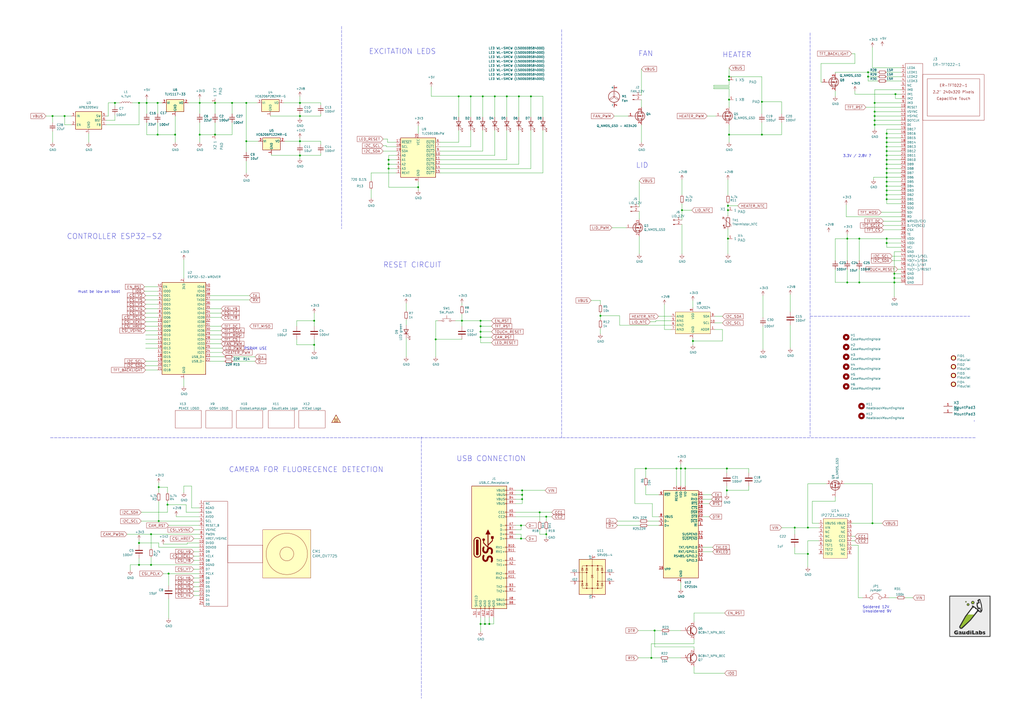
<source format=kicad_sch>
(kicad_sch (version 20211123) (generator eeschema)
  (paper "A2")
  (title_block (title "qPocketPCR") (date "2022-07-25") (rev "3.2"))
  (junction (at 30.48 67.31))
  (junction (at 124.7394 78.105))
  (junction (at 92.075 282.575))
  (junction (at 498.475 138.43))
  (junction (at 514.35 113.03))
  (junction (at 498.475 163.83))
  (junction (at 401.955 197.8025))
  (junction (at 374.65 271.78))
  (junction (at 80.645 314.96))
  (junction (at 422.91 78.105))
  (junction (at 507.365 72.39))
  (junction (at 518.795 158.75))
  (junction (at 422.91 57.785))
  (junction (at 514.35 140.97))
  (junction (at 503.555 44.45))
  (junction (at 302.895 284.48))
  (junction (at 422.275 138.43))
  (junction (at 507.365 64.77))
  (junction (at 316.865 299.72))
  (junction (at 283.845 361.95))
  (junction (at 514.35 90.17))
  (junction (at 266.065 55.88))
  (junction (at 80.645 327.66))
  (junction (at 461.01 306.07))
  (junction (at 441.96 59.055))
  (junction (at 66.675 59.69))
  (junction (at 422.275 119.38))
  (junction (at 392.43 271.78))
  (junction (at 518.795 161.29))
  (junction (at 348.2975 183.1975))
  (junction (at 514.35 107.95))
  (junction (at 80.645 59.69))
  (junction (at 278.765 361.95))
  (junction (at 302.26 304.8))
  (junction (at 91.44 59.69))
  (junction (at 280.035 55.88))
  (junction (at 514.35 110.49))
  (junction (at 377.825 381.635))
  (junction (at 302.895 289.56))
  (junction (at 278.765 186.055))
  (junction (at 302.895 287.02))
  (junction (at 395.605 121.92))
  (junction (at 422.91 44.45))
  (junction (at 394.97 271.78))
  (junction (at 507.365 69.85))
  (junction (at 514.35 85.09))
  (junction (at 115.8494 59.69))
  (junction (at 273.05 55.88))
  (junction (at 519.43 54.61))
  (junction (at 85.09 59.69))
  (junction (at 514.35 87.63))
  (junction (at 302.26 312.42))
  (junction (at 142.875 81.915))
  (junction (at 278.765 192.405))
  (junction (at 225.425 95.25))
  (junction (at 173.99 59.69))
  (junction (at 92.075 302.26))
  (junction (at 507.365 67.31))
  (junction (at 514.35 95.25))
  (junction (at 503.555 41.91))
  (junction (at 173.99 90.17))
  (junction (at 514.35 100.33))
  (junction (at 507.365 59.69))
  (junction (at 252.73 196.85))
  (junction (at 101.6 78.105))
  (junction (at 307.975 55.88))
  (junction (at 514.35 80.01))
  (junction (at 518.795 163.83))
  (junction (at 278.765 195.58))
  (junction (at 173.99 67.31))
  (junction (at 421.64 271.78))
  (junction (at 225.425 97.79))
  (junction (at 267.97 186.055))
  (junction (at 281.305 361.95))
  (junction (at 422.91 46.355))
  (junction (at 514.35 102.87))
  (junction (at 491.49 138.43))
  (junction (at 173.99 81.915))
  (junction (at 87.63 327.66))
  (junction (at 514.35 97.79))
  (junction (at 97.79 332.74))
  (junction (at 468.63 321.31))
  (junction (at 134.62 59.69))
  (junction (at 91.44 78.105))
  (junction (at 514.35 92.71))
  (junction (at 514.35 105.41))
  (junction (at 115.8494 78.105))
  (junction (at 397.51 271.78))
  (junction (at 514.35 138.43))
  (junction (at 278.765 189.23))
  (junction (at 421.64 284.48))
  (junction (at 182.245 186.055))
  (junction (at 142.875 59.69))
  (junction (at 242.57 108.585))
  (junction (at 506.095 303.53))
  (junction (at 87.63 309.88))
  (junction (at 37.465 67.31))
  (junction (at 514.35 115.57))
  (junction (at 422.275 121.92))
  (junction (at 514.35 82.55))
  (junction (at 491.49 163.83))
  (junction (at 300.99 55.88))
  (junction (at 316.865 309.88))
  (junction (at 514.35 77.47))
  (junction (at 182.245 200.025))
  (junction (at 313.055 297.18))
  (junction (at 124.7394 59.69))
  (junction (at 97.155 292.735))
  (junction (at 468.63 306.07))
  (junction (at 441.96 78.105))
  (junction (at 287.02 55.88))
  (junction (at 294.005 55.88))
  (junction (at 379.73 365.76))
  (junction (at 225.425 92.71))
  (wire (pts (xy 514.35 105.41) (xy 514.35 107.95)))
  (wire (pts (xy 372.11 57.785) (xy 372.11 62.23)))
  (wire (pts (xy 514.35 77.47) (xy 514.35 80.01)))
  (wire (pts (xy 83.82 166.37) (xy 91.44 166.37)))
  (wire (pts (xy 121.92 184.15) (xy 128.27 184.15)))
  (wire (pts (xy 370.205 365.76) (xy 379.73 365.76)))
  (wire (pts (xy 514.35 102.87) (xy 514.35 105.41)))
  (wire (pts (xy 522.605 92.71) (xy 514.35 92.71)))
  (wire (pts (xy 422.91 50.165) (xy 422.91 50.8)))
  (wire (pts (xy 522.605 100.33) (xy 514.35 100.33)))
  (wire (pts (xy 402.59 390.525) (xy 402.59 386.715)))
  (wire (pts (xy 502.285 62.23) (xy 522.605 62.23)))
  (wire (pts (xy 84.455 194.31) (xy 91.44 194.31)))
  (wire (pts (xy 91.44 71.12) (xy 91.44 78.105)))
  (wire (pts (xy 395.605 121.92) (xy 401.32 121.92)))
  (wire (pts (xy 135.255 209.55) (xy 147.955 209.55)))
  (wire (pts (xy 506.73 104.14) (xy 506.73 102.87)))
  (wire (pts (xy 506.095 303.53) (xy 494.03 303.53)))
  (wire (pts (xy 374.65 271.78) (xy 392.43 271.78)))
  (wire (pts (xy 273.05 55.88) (xy 280.035 55.88)))
  (wire (pts (xy 374.65 271.78) (xy 374.65 276.86)))
  (wire (pts (xy 173.99 55.88) (xy 173.99 59.69)))
  (wire (pts (xy 441.96 78.105) (xy 422.91 78.105)))
  (wire (pts (xy 280.035 87.63) (xy 280.035 75.565)))
  (wire (pts (xy 522.605 95.25) (xy 514.35 95.25)))
  (wire (pts (xy 368.3 271.78) (xy 374.65 271.78)))
  (wire (pts (xy 144.78 171.45) (xy 121.92 171.45)))
  (wire (pts (xy 441.96 44.45) (xy 422.91 44.45)))
  (wire (pts (xy 419.1 191.135) (xy 419.1 197.8025)))
  (wire (pts (xy 522.605 80.01) (xy 514.35 80.01)))
  (wire (pts (xy 506.095 280.67) (xy 506.095 303.53)))
  (wire (pts (xy 392.43 271.78) (xy 392.43 281.94)))
  (wire (pts (xy 84.455 179.07) (xy 91.44 179.07)))
  (polyline (pts (xy 29.21 254) (xy 565.785 254)))
  (wire (pts (xy 522.605 161.29) (xy 518.795 161.29)))
  (wire (pts (xy 186.055 66.04) (xy 186.055 67.31)))
  (wire (pts (xy 402.59 375.285) (xy 402.59 376.555)))
  (wire (pts (xy 302.26 304.8) (xy 299.085 304.8)))
  (wire (pts (xy 397.51 271.78) (xy 397.51 281.94)))
  (wire (pts (xy 302.26 307.34) (xy 302.26 304.8)))
  (wire (pts (xy 87.63 318.135) (xy 87.63 309.88)))
  (wire (pts (xy 112.395 340.36) (xy 115.57 340.36)))
  (wire (pts (xy 414.655 183.515) (xy 419.1 183.515)))
  (wire (pts (xy 498.475 138.43) (xy 514.35 138.43)))
  (wire (pts (xy 401.955 196.215) (xy 401.955 197.8025)))
  (wire (pts (xy 503.555 46.99) (xy 503.555 44.45)))
  (wire (pts (xy 281.305 361.95) (xy 278.765 361.95)))
  (wire (pts (xy 484.505 151.13) (xy 484.505 138.43)))
  (wire (pts (xy 484.505 41.91) (xy 484.505 42.545)))
  (wire (pts (xy 461.01 309.88) (xy 461.01 306.07)))
  (wire (pts (xy 522.605 97.79) (xy 514.35 97.79)))
  (wire (pts (xy 410.21 67.31) (xy 415.29 67.31)))
  (wire (pts (xy 407.67 299.72) (xy 411.48 299.72)))
  (wire (pts (xy 514.35 80.01) (xy 514.35 82.55)))
  (wire (pts (xy 514.35 97.79) (xy 514.35 100.33)))
  (wire (pts (xy 255.27 85.09) (xy 273.05 85.09)))
  (wire (pts (xy 407.67 292.1) (xy 411.48 292.1)))
  (wire (pts (xy 302.895 287.02) (xy 302.895 289.56)))
  (wire (pts (xy 111.125 281.94) (xy 106.68 281.94)))
  (wire (pts (xy 299.085 307.34) (xy 302.26 307.34)))
  (wire (pts (xy 182.245 196.85) (xy 182.245 200.025)))
  (wire (pts (xy 313.055 302.26) (xy 313.055 297.18)))
  (wire (pts (xy 401.955 174.3075) (xy 401.955 178.435)))
  (wire (pts (xy 514.35 115.57) (xy 522.605 115.57)))
  (wire (pts (xy 252.73 186.055) (xy 252.73 196.85)))
  (wire (pts (xy 278.765 186.055) (xy 285.115 186.055)))
  (wire (pts (xy 514.35 110.49) (xy 514.35 113.03)))
  (wire (pts (xy 84.455 181.61) (xy 91.44 181.61)))
  (wire (pts (xy 278.765 186.055) (xy 278.765 189.23)))
  (wire (pts (xy 498.475 138.43) (xy 498.475 151.13)))
  (wire (pts (xy 124.7394 78.105) (xy 124.7394 71.12)))
  (wire (pts (xy 76.835 59.69) (xy 80.645 59.69)))
  (wire (pts (xy 354.965 132.08) (xy 363.22 132.08)))
  (wire (pts (xy 514.35 41.91) (xy 522.605 41.91)))
  (wire (pts (xy 453.39 306.07) (xy 461.01 306.07)))
  (wire (pts (xy 115.57 342.9) (xy 112.395 342.9)))
  (wire (pts (xy 121.92 191.77) (xy 128.27 191.77)))
  (wire (pts (xy 484.505 52.705) (xy 484.505 55.88)))
  (wire (pts (xy 255.27 97.79) (xy 307.975 97.79)))
  (wire (pts (xy 397.51 271.78) (xy 421.64 271.78)))
  (wire (pts (xy 112.395 330.2) (xy 115.57 330.2)))
  (wire (pts (xy 497.84 316.23) (xy 497.84 346.71)))
  (wire (pts (xy 299.085 287.02) (xy 302.895 287.02)))
  (wire (pts (xy 92.075 317.5) (xy 115.57 317.5)))
  (wire (pts (xy 92.075 302.26) (xy 115.57 302.26)))
  (wire (pts (xy 375.92 304.8) (xy 382.27 304.8)))
  (wire (pts (xy 368.3 271.78) (xy 368.3 292.1)))
  (wire (pts (xy 514.35 100.33) (xy 514.35 102.87)))
  (wire (pts (xy 377.825 381.635) (xy 382.905 381.635)))
  (wire (pts (xy 254 186.055) (xy 252.73 186.055)))
  (wire (pts (xy 283.845 358.14) (xy 283.845 361.95)))
  (wire (pts (xy 186.055 59.69) (xy 186.055 60.96)))
  (wire (pts (xy 422.91 72.39) (xy 422.91 78.105)))
  (wire (pts (xy 300.99 55.88) (xy 307.975 55.88)))
  (wire (pts (xy 156.845 67.31) (xy 173.99 67.31)))
  (wire (pts (xy 87.63 323.215) (xy 87.63 327.66)))
  (wire (pts (xy 387.985 381.635) (xy 394.97 381.635)))
  (wire (pts (xy 522.605 46.99) (xy 514.35 46.99)))
  (wire (pts (xy 224.79 80.645) (xy 224.79 82.55)))
  (wire (pts (xy 267.97 196.85) (xy 252.73 196.85)))
  (wire (pts (xy 164.465 59.69) (xy 173.99 59.69)))
  (wire (pts (xy 348.2975 183.1975) (xy 348.2975 185.42)))
  (wire (pts (xy 87.63 327.66) (xy 115.57 327.66)))
  (wire (pts (xy 112.395 307.34) (xy 115.57 307.34)))
  (wire (pts (xy 281.305 358.14) (xy 281.305 361.95)))
  (wire (pts (xy 414.02 49.53) (xy 414.02 50.165)))
  (wire (pts (xy 255.27 95.25) (xy 300.99 95.25)))
  (wire (pts (xy 422.275 121.92) (xy 422.275 125.095)))
  (wire (pts (xy 359.41 188.595) (xy 359.41 183.1975)))
  (wire (pts (xy 506.095 39.37) (xy 522.605 39.37)))
  (wire (pts (xy 84.455 212.09) (xy 91.44 212.09)))
  (wire (pts (xy 356.235 67.31) (xy 364.49 67.31)))
  (wire (pts (xy 514.35 85.09) (xy 514.35 87.63)))
  (wire (pts (xy 394.97 269.24) (xy 394.97 271.78)))
  (wire (pts (xy 84.455 189.23) (xy 91.44 189.23)))
  (wire (pts (xy 514.35 82.55) (xy 514.35 85.09)))
  (wire (pts (xy 225.425 95.25) (xy 229.87 95.25)))
  (wire (pts (xy 520.7 156.21) (xy 522.605 156.21)))
  (wire (pts (xy 121.92 194.31) (xy 128.27 194.31)))
  (wire (pts (xy 124.7394 66.04) (xy 124.7394 59.69)))
  (wire (pts (xy 173.99 80.01) (xy 173.99 81.915)))
  (wire (pts (xy 484.505 163.83) (xy 484.505 156.21)))
  (wire (pts (xy 92.075 290.83) (xy 92.075 302.26)))
  (wire (pts (xy 66.675 69.85) (xy 66.675 66.675)))
  (wire (pts (xy 402.59 355.6) (xy 402.59 360.68)))
  (wire (pts (xy 522.605 118.11) (xy 514.35 118.11)))
  (wire (pts (xy 84.455 209.55) (xy 91.44 209.55)))
  (wire (pts (xy 109.22 59.69) (xy 115.8494 59.69)))
  (wire (pts (xy 108.585 315.595) (xy 108.585 314.96)))
  (wire (pts (xy 519.43 57.15) (xy 522.605 57.15)))
  (wire (pts (xy 522.605 140.97) (xy 514.35 140.97)))
  (wire (pts (xy 395.605 104.14) (xy 395.605 113.03)))
  (wire (pts (xy 112.395 312.42) (xy 115.57 312.42)))
  (wire (pts (xy 422.275 104.14) (xy 422.275 113.03)))
  (wire (pts (xy 142.875 59.69) (xy 142.875 81.915)))
  (wire (pts (xy 287.02 55.88) (xy 287.02 67.945)))
  (wire (pts (xy 506.73 102.87) (xy 514.35 102.87)))
  (wire (pts (xy 80.645 72.39) (xy 80.645 59.69)))
  (wire (pts (xy 382.27 299.72) (xy 378.46 299.72)))
  (wire (pts (xy 370.84 137.16) (xy 370.84 147.32)))
  (wire (pts (xy 491.49 138.43) (xy 498.475 138.43)))
  (wire (pts (xy 173.99 66.04) (xy 173.99 67.31)))
  (wire (pts (xy 300.99 55.88) (xy 300.99 67.945)))
  (wire (pts (xy 112.395 345.44) (xy 115.57 345.44)))
  (wire (pts (xy 420.37 355.6) (xy 402.59 355.6)))
  (wire (pts (xy 370.84 302.26) (xy 358.14 302.26)))
  (wire (pts (xy 522.605 138.43) (xy 514.35 138.43)))
  (wire (pts (xy 294.005 55.88) (xy 294.005 67.945)))
  (wire (pts (xy 434.34 271.78) (xy 434.34 274.32)))
  (wire (pts (xy 514.35 87.63) (xy 514.35 90.17)))
  (wire (pts (xy 173.99 90.17) (xy 157.48 90.17)))
  (wire (pts (xy 91.44 201.93) (xy 84.455 201.93)))
  (wire (pts (xy 225.425 92.71) (xy 225.425 95.25)))
  (wire (pts (xy 422.91 39.37) (xy 422.91 44.45)))
  (wire (pts (xy 61.595 69.85) (xy 66.675 69.85)))
  (wire (pts (xy 509.27 46.99) (xy 503.555 46.99)))
  (wire (pts (xy 422.91 51.435) (xy 422.91 57.785)))
  (wire (pts (xy 529.59 346.71) (xy 525.145 346.71)))
  (wire (pts (xy 142.875 59.69) (xy 149.225 59.69)))
  (wire (pts (xy 522.605 146.05) (xy 518.795 146.05)))
  (wire (pts (xy 80.645 323.85) (xy 80.645 327.66)))
  (wire (pts (xy 91.44 199.39) (xy 84.455 199.39)))
  (wire (pts (xy 314.96 55.88) (xy 314.96 67.945)))
  (wire (pts (xy 522.605 72.39) (xy 507.365 72.39)))
  (wire (pts (xy 92.075 282.575) (xy 92.075 280.035)))
  (wire (pts (xy 441.96 66.04) (xy 441.96 59.055)))
  (wire (pts (xy 84.455 191.77) (xy 91.44 191.77)))
  (wire (pts (xy 514.35 105.41) (xy 522.605 105.41)))
  (wire (pts (xy 407.67 317.5) (xy 413.385 317.5)))
  (wire (pts (xy 522.605 123.19) (xy 511.175 123.19)))
  (wire (pts (xy 422.275 119.38) (xy 427.99 119.38)))
  (wire (pts (xy 92.075 317.5) (xy 92.075 314.96)))
  (wire (pts (xy 518.795 158.75) (xy 518.795 161.29)))
  (wire (pts (xy 182.245 181.61) (xy 182.245 186.055)))
  (wire (pts (xy 30.48 67.31) (xy 37.465 67.31)))
  (wire (pts (xy 370.84 122.555) (xy 370.84 127)))
  (wire (pts (xy 97.79 339.725) (xy 97.79 332.74)))
  (wire (pts (xy 172.085 196.85) (xy 172.085 200.025)))
  (wire (pts (xy 84.455 173.99) (xy 91.44 173.99)))
  (wire (pts (xy 235.585 175.895) (xy 235.585 180.34)))
  (wire (pts (xy 283.845 361.95) (xy 281.305 361.95)))
  (wire (pts (xy 149.86 81.915) (xy 142.875 81.915)))
  (wire (pts (xy 313.055 297.18) (xy 320.04 297.18)))
  (wire (pts (xy 514.35 107.95) (xy 514.35 110.49)))
  (wire (pts (xy 489.585 280.67) (xy 506.095 280.67)))
  (wire (pts (xy 172.085 186.055) (xy 182.245 186.055)))
  (wire (pts (xy 101.6 67.31) (xy 101.6 78.105)))
  (wire (pts (xy 278.765 358.14) (xy 278.765 361.95)))
  (wire (pts (xy 235.585 196.215) (xy 235.585 207.01)))
  (wire (pts (xy 381.9525 183.515) (xy 389.255 183.515)))
  (wire (pts (xy 494.03 31.115) (xy 495.935 31.115)))
  (wire (pts (xy 491.49 163.83) (xy 498.475 163.83)))
  (wire (pts (xy 422.91 57.785) (xy 422.91 62.23)))
  (wire (pts (xy 491.49 135.89) (xy 491.49 138.43)))
  (wire (pts (xy 225.425 97.79) (xy 229.87 97.79)))
  (wire (pts (xy 374.65 281.94) (xy 374.65 287.02)))
  (wire (pts (xy 422.275 118.11) (xy 422.275 119.38)))
  (wire (pts (xy 395.605 118.11) (xy 395.605 121.92)))
  (polyline (pts (xy 325.755 17.145) (xy 325.755 254)))
  (wire (pts (xy 441.96 59.055) (xy 441.96 44.45)))
  (wire (pts (xy 377.825 373.38) (xy 377.825 381.635)))
  (wire (pts (xy 507.365 67.31) (xy 507.365 69.85)))
  (wire (pts (xy 173.99 81.915) (xy 186.055 81.915)))
  (wire (pts (xy 112.395 337.82) (xy 115.57 337.82)))
  (wire (pts (xy 299.085 297.18) (xy 313.055 297.18)))
  (wire (pts (xy 252.73 196.85) (xy 252.73 207.01)))
  (wire (pts (xy 494.03 313.69) (xy 495.935 313.69)))
  (wire (pts (xy 442.595 189.23) (xy 442.595 202.565)))
  (wire (pts (xy 503.555 44.45) (xy 503.555 41.91)))
  (wire (pts (xy 115.8494 71.12) (xy 115.8494 78.105)))
  (wire (pts (xy 407.67 320.04) (xy 413.385 320.04)))
  (wire (pts (xy 30.48 76.2) (xy 30.48 82.55)))
  (wire (pts (xy 380.365 186.055) (xy 380.365 186.69)))
  (wire (pts (xy 491.49 163.83) (xy 484.505 163.83)))
  (wire (pts (xy 66.675 59.69) (xy 66.675 61.595)))
  (wire (pts (xy 422.91 46.355) (xy 422.91 49.53)))
  (wire (pts (xy 453.39 71.12) (xy 453.39 78.105)))
  (wire (pts (xy 273.05 85.09) (xy 273.05 75.565)))
  (wire (pts (xy 250.19 50.165) (xy 250.19 55.88)))
  (wire (pts (xy 115.57 297.18) (xy 107.95 297.18)))
  (wire (pts (xy 299.085 284.48) (xy 302.895 284.48)))
  (wire (pts (xy 378.46 292.1) (xy 378.46 299.72)))
  (wire (pts (xy 348.2975 181.61) (xy 348.2975 183.1975)))
  (wire (pts (xy 490.855 118.745) (xy 490.855 125.73)))
  (polyline (pts (xy 469.9 183.515) (xy 562.61 183.515)))
  (wire (pts (xy 370.84 104.775) (xy 370.84 120.015)))
  (wire (pts (xy 495.935 36.83) (xy 476.25 36.83)))
  (wire (pts (xy 522.605 107.95) (xy 514.35 107.95)))
  (wire (pts (xy 300.99 95.25) (xy 300.99 75.565)))
  (wire (pts (xy 422.91 50.8) (xy 414.02 50.8)))
  (wire (pts (xy 491.49 151.13) (xy 491.49 138.43)))
  (wire (pts (xy 389.255 191.135) (xy 385.445 191.135)))
  (wire (pts (xy 421.64 284.48) (xy 421.64 287.02)))
  (wire (pts (xy 385.445 191.135) (xy 385.445 176.53)))
  (wire (pts (xy 468.63 280.67) (xy 468.63 306.07)))
  (wire (pts (xy 370.84 304.8) (xy 358.14 304.8)))
  (wire (pts (xy 278.765 189.23) (xy 278.765 192.405)))
  (wire (pts (xy 286.385 358.14) (xy 286.385 361.95)))
  (wire (pts (xy 97.79 332.74) (xy 115.57 332.74)))
  (wire (pts (xy 121.92 201.93) (xy 128.905 201.93)))
  (wire (pts (xy 278.765 361.95) (xy 278.765 366.395)))
  (wire (pts (xy 92.075 282.575) (xy 97.155 282.575)))
  (wire (pts (xy 498.475 163.83) (xy 518.795 163.83)))
  (wire (pts (xy 173.99 88.9) (xy 173.99 90.17)))
  (wire (pts (xy 522.605 113.03) (xy 514.35 113.03)))
  (wire (pts (xy 422.91 46.355) (xy 422.91 44.45)))
  (wire (pts (xy 80.645 59.69) (xy 85.09 59.69)))
  (polyline (pts (xy 244.475 253.365) (xy 244.475 405.13)))
  (wire (pts (xy 514.35 140.97) (xy 514.35 143.51)))
  (wire (pts (xy 66.675 59.69) (xy 69.215 59.69)))
  (wire (pts (xy 61.595 72.39) (xy 80.645 72.39)))
  (wire (pts (xy 422.91 78.105) (xy 422.91 82.55)))
  (wire (pts (xy 80.645 327.66) (xy 87.63 327.66)))
  (wire (pts (xy 468.63 313.69) (xy 468.63 321.31)))
  (wire (pts (xy 115.57 335.28) (xy 112.395 335.28)))
  (wire (pts (xy 507.365 59.69) (xy 507.365 64.77)))
  (wire (pts (xy 225.425 108.585) (xy 242.57 108.585)))
  (wire (pts (xy 515.62 346.71) (xy 520.065 346.71)))
  (wire (pts (xy 388.62 365.76) (xy 394.97 365.76)))
  (wire (pts (xy 348.2975 176.53) (xy 348.2975 174.3075)))
  (wire (pts (xy 107.95 292.735) (xy 107.95 297.18)))
  (wire (pts (xy 121.92 189.23) (xy 128.27 189.23)))
  (wire (pts (xy 85.09 59.69) (xy 91.44 59.69)))
  (wire (pts (xy 299.085 309.88) (xy 302.26 309.88)))
  (wire (pts (xy 124.7394 78.105) (xy 134.62 78.105)))
  (wire (pts (xy 378.46 292.1) (xy 368.3 292.1)))
  (wire (pts (xy 414.02 51.435) (xy 422.91 51.435)))
  (wire (pts (xy 316.865 302.26) (xy 316.865 299.72)))
  (wire (pts (xy 522.605 64.77) (xy 507.365 64.77)))
  (wire (pts (xy 30.48 71.12) (xy 30.48 67.31)))
  (wire (pts (xy 294.005 92.71) (xy 294.005 75.565)))
  (wire (pts (xy 84.455 184.15) (xy 91.44 184.15)))
  (wire (pts (xy 402.59 370.84) (xy 402.59 373.38)))
  (wire (pts (xy 441.96 71.12) (xy 441.96 78.105)))
  (wire (pts (xy 84.455 214.63) (xy 91.44 214.63)))
  (wire (pts (xy 420.37 390.525) (xy 402.59 390.525)))
  (wire (pts (xy 266.065 55.88) (xy 266.065 67.945)))
  (wire (pts (xy 37.465 72.39) (xy 41.275 72.39)))
  (wire (pts (xy 97.155 297.18) (xy 97.155 292.735)))
  (wire (pts (xy 468.63 321.31) (xy 468.63 328.93)))
  (wire (pts (xy 389.255 186.055) (xy 380.365 186.055)))
  (wire (pts (xy 474.98 313.69) (xy 468.63 313.69)))
  (wire (pts (xy 134.62 59.69) (xy 142.875 59.69)))
  (wire (pts (xy 97.155 292.735) (xy 107.95 292.735)))
  (wire (pts (xy 102.235 299.085) (xy 102.235 299.72)))
  (wire (pts (xy 302.895 284.48) (xy 316.23 284.48)))
  (wire (pts (xy 394.97 281.94) (xy 394.97 271.78)))
  (wire (pts (xy 414.02 50.8) (xy 414.02 51.435)))
  (wire (pts (xy 121.92 199.39) (xy 128.27 199.39)))
  (wire (pts (xy 316.865 309.88) (xy 316.865 311.785)))
  (wire (pts (xy 497.84 346.71) (xy 500.38 346.71)))
  (wire (pts (xy 173.99 67.31) (xy 173.99 68.58)))
  (wire (pts (xy 507.365 64.77) (xy 507.365 67.31)))
  (wire (pts (xy 264.16 186.055) (xy 267.97 186.055)))
  (wire (pts (xy 142.875 100.33) (xy 142.875 93.345)))
  (wire (pts (xy 91.44 196.85) (xy 84.455 196.85)))
  (wire (pts (xy 395.605 130.175) (xy 395.605 147.32)))
  (wire (pts (xy 316.865 299.72) (xy 320.04 299.72)))
  (wire (pts (xy 434.34 284.48) (xy 434.34 281.94)))
  (wire (pts (xy 278.765 195.58) (xy 285.115 195.58)))
  (wire (pts (xy 278.765 198.755) (xy 285.115 198.755)))
  (wire (pts (xy 224.155 84.455) (xy 222.25 84.455)))
  (wire (pts (xy 242.57 105.41) (xy 242.57 108.585)))
  (wire (pts (xy 278.765 195.58) (xy 278.765 198.755)))
  (wire (pts (xy 348.2975 190.5) (xy 348.2975 193.675)))
  (wire (pts (xy 215.265 109.855) (xy 215.265 114.935)))
  (wire (pts (xy 108.585 314.96) (xy 115.57 314.96)))
  (wire (pts (xy 84.455 186.69) (xy 91.44 186.69)))
  (wire (pts (xy 135.255 207.01) (xy 147.955 207.01)))
  (wire (pts (xy 498.475 163.83) (xy 498.475 156.21)))
  (wire (pts (xy 80.645 314.96) (xy 80.645 316.23)))
  (wire (pts (xy 522.605 128.27) (xy 512.445 128.27)))
  (wire (pts (xy 225.425 95.25) (xy 225.425 97.79)))
  (wire (pts (xy 91.44 66.04) (xy 91.44 59.69)))
  (wire (pts (xy 359.41 183.1975) (xy 348.2975 183.1975)))
  (wire (pts (xy 172.085 186.055) (xy 172.085 189.23)))
  (wire (pts (xy 507.365 52.07) (xy 507.365 59.69)))
  (wire (pts (xy 61.595 67.31) (xy 62.865 67.31)))
  (wire (pts (xy 421.64 271.78) (xy 434.34 271.78)))
  (wire (pts (xy 94.615 315.595) (xy 108.585 315.595)))
  (wire (pts (xy 266.065 82.55) (xy 266.065 75.565)))
  (wire (pts (xy 85.09 71.12) (xy 85.09 78.105)))
  (wire (pts (xy 314.96 100.33) (xy 314.96 75.565)))
  (wire (pts (xy 225.425 90.17) (xy 225.425 92.71)))
  (wire (pts (xy 374.65 287.02) (xy 382.27 287.02)))
  (wire (pts (xy 97.155 290.83) (xy 97.155 292.735)))
  (wire (pts (xy 522.605 163.83) (xy 518.795 163.83)))
  (wire (pts (xy 522.605 59.69) (xy 507.365 59.69)))
  (wire (pts (xy 92.075 314.96) (xy 80.645 314.96)))
  (wire (pts (xy 509.27 41.91) (xy 503.555 41.91)))
  (wire (pts (xy 509.27 44.45) (xy 503.555 44.45)))
  (wire (pts (xy 106.68 281.94) (xy 106.68 285.75)))
  (wire (pts (xy 278.765 192.405) (xy 278.765 195.58)))
  (wire (pts (xy 278.765 192.405) (xy 285.115 192.405)))
  (wire (pts (xy 392.43 271.78) (xy 394.97 271.78)))
  (wire (pts (xy 522.605 85.09) (xy 514.35 85.09)))
  (wire (pts (xy 299.085 299.72) (xy 316.865 299.72)))
  (wire (pts (xy 224.79 82.55) (xy 229.87 82.55)))
  (wire (pts (xy 84.455 176.53) (xy 91.44 176.53)))
  (wire (pts (xy 522.605 54.61) (xy 519.43 54.61)))
  (wire (pts (xy 471.17 303.53) (xy 471.17 290.83)))
  (wire (pts (xy 461.01 306.07) (xy 468.63 306.07)))
  (wire (pts (xy 474.98 303.53) (xy 471.17 303.53)))
  (wire (pts (xy 495.935 31.115) (xy 495.935 36.83)))
  (wire (pts (xy 280.035 55.88) (xy 287.02 55.88)))
  (wire (pts (xy 379.73 375.285) (xy 402.59 375.285)))
  (wire (pts (xy 522.605 130.81) (xy 512.445 130.81)))
  (polyline (pts (xy 198.12 15.24) (xy 198.12 132.715)))
  (wire (pts (xy 165.1 81.915) (xy 173.99 81.915)))
  (wire (pts (xy 83.82 168.91) (xy 91.44 168.91)))
  (wire (pts (xy 273.05 55.88) (xy 273.05 67.945)))
  (wire (pts (xy 307.975 97.79) (xy 307.975 75.565)))
  (wire (pts (xy 267.97 186.055) (xy 267.97 189.23)))
  (wire (pts (xy 102.235 299.72) (xy 115.57 299.72)))
  (wire (pts (xy 26.67 67.31) (xy 30.48 67.31)))
  (wire (pts (xy 255.27 92.71) (xy 294.005 92.71)))
  (wire (pts (xy 287.02 90.17) (xy 287.02 75.565)))
  (wire (pts (xy 514.35 143.51) (xy 522.605 143.51)))
  (wire (pts (xy 514.35 77.47) (xy 522.605 77.47)))
  (wire (pts (xy 75.565 330.835) (xy 75.565 327.66)))
  (wire (pts (xy 186.055 67.31) (xy 173.99 67.31)))
  (wire (pts (xy 37.465 67.31) (xy 37.465 72.39)))
  (wire (pts (xy 173.99 59.69) (xy 186.055 59.69)))
  (wire (pts (xy 134.62 59.69) (xy 134.62 66.04)))
  (wire (pts (xy 287.02 55.88) (xy 294.005 55.88)))
  (wire (pts (xy 522.605 151.13) (xy 517.525 151.13)))
  (wire (pts (xy 255.27 82.55) (xy 266.065 82.55)))
  (wire (pts (xy 242.57 73.025) (xy 242.57 77.47)))
  (wire (pts (xy 144.78 173.99) (xy 121.92 173.99)))
  (wire (pts (xy 62.865 67.31) (xy 62.865 59.69)))
  (wire (pts (xy 389.255 188.595) (xy 359.41 188.595)))
  (wire (pts (xy 121.92 204.47) (xy 128.905 204.47)))
  (wire (pts (xy 80.645 314.96) (xy 80.645 313.055)))
  (wire (pts (xy 522.605 69.85) (xy 507.365 69.85)))
  (wire (pts (xy 491.49 156.21) (xy 491.49 163.83)))
  (wire (pts (xy 182.245 186.055) (xy 182.245 189.23)))
  (wire (pts (xy 484.505 138.43) (xy 491.49 138.43)))
  (wire (pts (xy 302.895 289.56) (xy 302.895 292.1)))
  (wire (pts (xy 111.125 294.64) (xy 111.125 281.94)))
  (wire (pts (xy 414.655 191.135) (xy 419.1 191.135)))
  (wire (pts (xy 419.1 197.8025) (xy 401.955 197.8025)))
  (wire (pts (xy 519.43 54.61) (xy 495.935 54.61)))
  (wire (pts (xy 422.91 49.53) (xy 414.02 49.53)))
  (wire (pts (xy 222.25 87.63) (xy 229.87 87.63)))
  (wire (pts (xy 112.395 320.04) (xy 115.57 320.04)))
  (wire (pts (xy 522.605 87.63) (xy 514.35 87.63)))
  (wire (pts (xy 422.275 119.38) (xy 422.275 121.92)))
  (wire (pts (xy 476.25 36.83) (xy 476.25 47.625)))
  (wire (pts (xy 307.975 55.88) (xy 307.975 67.945)))
  (wire (pts (xy 97.155 282.575) (xy 97.155 285.75)))
  (wire (pts (xy 494.03 316.23) (xy 497.84 316.23)))
  (wire (pts (xy 225.425 97.79) (xy 225.425 108.585)))
  (wire (pts (xy 370.205 381.635) (xy 377.825 381.635)))
  (wire (pts (xy 85.09 57.4675) (xy 85.09 59.69)))
  (wire (pts (xy 286.385 361.95) (xy 283.845 361.95)))
  (wire (pts (xy 250.19 55.88) (xy 266.065 55.88)))
  (wire (pts (xy 522.605 102.87) (xy 514.35 102.87)))
  (wire (pts (xy 87.63 309.88) (xy 115.57 309.88)))
  (wire (pts (xy 375.92 302.26) (xy 382.27 302.26)))
  (wire (pts (xy 471.17 290.83) (xy 484.505 290.83)))
  (wire (pts (xy 121.92 196.85) (xy 128.27 196.85)))
  (wire (pts (xy 73.66 309.88) (xy 87.63 309.88)))
  (wire (pts (xy 85.09 78.105) (xy 91.44 78.105)))
  (wire (pts (xy 106.68 219.71) (xy 106.68 224.155)))
  (wire (pts (xy 514.35 74.93) (xy 514.35 77.47)))
  (wire (pts (xy 121.92 207.01) (xy 130.175 207.01)))
  (wire (pts (xy 173.99 59.69) (xy 173.99 60.96)))
  (wire (pts (xy 115.8494 59.69) (xy 124.7394 59.69)))
  (wire (pts (xy 121.92 209.55) (xy 130.175 209.55)))
  (wire (pts (xy 518.795 146.05) (xy 518.795 158.75)))
  (wire (pts (xy 522.605 74.93) (xy 514.35 74.93)))
  (wire (pts (xy 522.605 52.07) (xy 507.365 52.07)))
  (wire (pts (xy 229.87 100.33) (xy 215.265 100.33)))
  (polyline (pts (xy 469.9 19.05) (xy 469.9 253.365)))
  (wire (pts (xy 421.64 271.78) (xy 421.64 274.32)))
  (wire (pts (xy 401.955 197.8025) (xy 401.955 200.025)))
  (wire (pts (xy 115.57 325.12) (xy 112.395 325.12)))
  (wire (pts (xy 173.99 81.915) (xy 173.99 83.82)))
  (wire (pts (xy 348.2975 174.3075) (xy 342.9 174.3075)))
  (wire (pts (xy 224.155 85.09) (xy 224.155 84.455)))
  (wire (pts (xy 94.615 332.74) (xy 97.79 332.74)))
  (wire (pts (xy 229.87 85.09) (xy 224.155 85.09)))
  (wire (pts (xy 442.595 171.45) (xy 442.595 184.15)))
  (wire (pts (xy 517.525 148.59) (xy 522.605 148.59)))
  (wire (pts (xy 302.895 284.48) (xy 302.895 287.02)))
  (wire (pts (xy 518.795 163.83) (xy 518.795 172.085)))
  (wire (pts (xy 316.865 307.34) (xy 316.865 309.88)))
  (wire (pts (xy 278.765 186.055) (xy 267.97 186.055)))
  (wire (pts (xy 115.57 304.8) (xy 97.79 304.8)))
  (wire (pts (xy 172.085 200.025) (xy 182.245 200.025)))
  (wire (pts (xy 514.35 110.49) (xy 522.605 110.49)))
  (wire (pts (xy 514.35 115.57) (xy 514.35 118.11)))
  (wire (pts (xy 484.505 290.83) (xy 484.505 288.29)))
  (wire (pts (xy 242.57 108.585) (xy 242.57 110.49)))
  (wire (pts (xy 414.655 187.325) (xy 419.1 187.325)))
  (wire (pts (xy 225.425 92.71) (xy 229.87 92.71)))
  (wire (pts (xy 302.26 304.8) (xy 304.8 304.8)))
  (wire (pts (xy 37.465 67.31) (xy 41.275 67.31)))
  (wire (pts (xy 304.8 312.42) (xy 302.26 312.42)))
  (wire (pts (xy 235.585 185.42) (xy 235.585 188.595)))
  (wire (pts (xy 267.97 182.245) (xy 267.97 186.055)))
  (wire (pts (xy 115.57 294.64) (xy 111.125 294.64)))
  (wire (pts (xy 394.97 337.82) (xy 394.97 341.63)))
  (wire (pts (xy 255.27 87.63) (xy 280.035 87.63)))
  (wire (pts (xy 51.435 77.47) (xy 51.435 82.55)))
  (wire (pts (xy 157.48 90.17) (xy 157.48 89.535)))
  (wire (pts (xy 522.605 82.55) (xy 514.35 82.55)))
  (wire (pts (xy 115.8494 78.105) (xy 124.7394 78.105)))
  (wire (pts (xy 278.765 189.23) (xy 285.115 189.23)))
  (wire (pts (xy 84.455 171.45) (xy 91.44 171.45)))
  (wire (pts (xy 229.87 90.17) (xy 225.425 90.17)))
  (wire (pts (xy 522.605 133.35) (xy 512.445 133.35)))
  (wire (pts (xy 518.795 158.75) (xy 522.605 158.75)))
  (wire (pts (xy 453.39 66.04) (xy 453.39 59.055)))
  (wire (pts (xy 313.055 307.34) (xy 313.055 309.88)))
  (wire (pts (xy 372.11 72.39) (xy 372.11 82.55)))
  (wire (pts (xy 495.935 54.61) (xy 495.935 52.705)))
  (wire (pts (xy 134.62 78.105) (xy 134.62 71.12)))
  (wire (pts (xy 215.265 100.33) (xy 215.265 104.775)))
  (wire (pts (xy 522.605 90.17) (xy 514.35 90.17)))
  (wire (pts (xy 514.35 44.45) (xy 522.605 44.45)))
  (wire (pts (xy 506.095 27.305) (xy 506.095 39.37)))
  (wire (pts (xy 106.68 150.495) (xy 106.68 161.29)))
  (wire (pts (xy 519.43 54.61) (xy 519.43 57.15)))
  (wire (pts (xy 62.865 59.69) (xy 66.675 59.69)))
  (wire (pts (xy 511.81 303.53) (xy 506.095 303.53)))
  (wire (pts (xy 81.915 302.26) (xy 92.075 302.26)))
  (wire (pts (xy 255.27 100.33) (xy 314.96 100.33)))
  (wire (pts (xy 313.055 309.88) (xy 316.865 309.88)))
  (wire (pts (xy 299.085 289.56) (xy 302.895 289.56)))
  (wire (pts (xy 402.59 373.38) (xy 377.825 373.38)))
  (wire (pts (xy 186.055 90.17) (xy 173.99 90.17)))
  (wire (pts (xy 407.67 289.56) (xy 412.75 289.56)))
  (polyline (pts (xy 565.15 243.84) (xy 565.15 244.475)))
  (wire (pts (xy 85.09 59.69) (xy 85.09 66.04)))
  (wire (pts (xy 294.005 55.88) (xy 300.99 55.88)))
  (wire (pts (xy 503.555 41.91) (xy 484.505 41.91)))
  (wire (pts (xy 479.425 280.67) (xy 468.63 280.67)))
  (wire (pts (xy 422.275 132.715) (xy 422.275 138.43)))
  (wire (pts (xy 514.35 90.17) (xy 514.35 92.71)))
  (wire (pts (xy 518.795 161.29) (xy 518.795 163.83)))
  (wire (pts (xy 299.085 312.42) (xy 302.26 312.42)))
  (wire (pts (xy 115.8494 78.105) (xy 115.8494 82.55)))
  (wire (pts (xy 453.39 59.055) (xy 441.96 59.055)))
  (wire (pts (xy 121.92 181.61) (xy 128.27 181.61)))
  (wire (pts (xy 421.64 281.94) (xy 421.64 284.48)))
  (wire (pts (xy 474.98 306.07) (xy 468.63 306.07)))
  (wire (pts (xy 507.365 69.85) (xy 507.365 72.39)))
  (wire (pts (xy 476.25 47.625) (xy 476.885 47.625)))
  (wire (pts (xy 422.275 138.43) (xy 422.275 147.32)))
  (wire (pts (xy 461.01 321.31) (xy 468.63 321.31)))
  (wire (pts (xy 490.855 125.73) (xy 522.605 125.73)))
  (wire (pts (xy 458.47 170.815) (xy 458.47 180.975)))
  (wire (pts (xy 91.44 78.105) (xy 101.6 78.105)))
  (wire (pts (xy 395.605 121.92) (xy 395.605 127.635)))
  (wire (pts (xy 173.99 90.17) (xy 173.99 92.075)))
  (wire (pts (xy 267.97 175.895) (xy 267.97 177.165)))
  (wire (pts (xy 394.97 271.78) (xy 397.51 271.78)))
  (wire (pts (xy 421.64 284.48) (xy 434.34 284.48)))
  (wire (pts (xy 97.79 347.345) (xy 97.79 358.775)))
  (wire (pts (xy 255.27 90.17) (xy 287.02 90.17)))
  (wire (pts (xy 514.35 95.25) (xy 514.35 97.79)))
  (wire (pts (xy 280.035 55.88) (xy 280.035 67.945)))
  (wire (pts (xy 514.35 113.03) (xy 514.35 115.57)))
  (wire (pts (xy 458.47 188.595) (xy 458.47 201.93)))
  (wire (pts (xy 142.875 81.915) (xy 142.875 88.265)))
  (wire (pts (xy 507.365 67.31) (xy 522.605 67.31)))
  (wire (pts (xy 495.935 311.15) (xy 494.03 311.15)))
  (wire (pts (xy 372.11 40.005) (xy 372.11 55.245)))
  (wire (pts (xy 186.055 88.9) (xy 186.055 90.17)))
  (wire (pts (xy 453.39 78.105) (xy 441.96 78.105)))
  (wire (pts (xy 514.35 138.43) (xy 514.35 140.97)))
  (wire (pts (xy 115.8494 59.69) (xy 115.8494 66.04)))
  (wire (pts (xy 186.055 81.915) (xy 186.055 83.82)))
  (wire (pts (xy 302.26 309.88) (xy 302.26 312.42)))
  (wire (pts (xy 91.44 59.69) (xy 93.98 59.69)))
  (wire (pts (xy 115.8494 57.15) (xy 115.8494 59.69)))
  (wire (pts (xy 92.075 285.75) (xy 92.075 282.575)))
  (wire (pts (xy 75.565 327.66) (xy 80.645 327.66)))
  (wire (pts (xy 121.92 179.07) (xy 128.27 179.07)))
  (wire (pts (xy 314.96 55.88) (xy 307.975 55.88)))
  (wire (pts (xy 380.365 186.69) (xy 377.19 186.69)))
  (wire (pts (xy 124.7394 59.69) (xy 134.62 59.69)))
  (wire (pts (xy 182.245 200.025) (xy 182.245 203.2)))
  (wire (pts (xy 112.395 322.58) (xy 115.57 322.58)))
  (wire (pts (xy 507.365 72.39) (xy 507.365 74.93)))
  (wire (pts (xy 514.35 92.71) (xy 514.35 95.25)))
  (wire (pts (xy 222.25 80.645) (xy 224.79 80.645)))
  (wire (pts (xy 461.01 317.5) (xy 461.01 321.31)))
  (wire (pts (xy 266.065 55.88) (xy 273.05 55.88)))
  (wire (pts (xy 379.73 365.76) (xy 379.73 375.285)))
  (wire (pts (xy 101.6 78.105) (xy 101.6 82.55)))
  (wire (pts (xy 407.67 287.02) (xy 412.75 287.02)))
  (wire (pts (xy 81.915 297.18) (xy 97.155 297.18)))
  (wire (pts (xy 379.73 365.76) (xy 383.54 365.76)))
  (wire (pts (xy 302.895 292.1) (xy 299.085 292.1)))
  (wire (pts (xy 414.02 50.165) (xy 422.91 50.165)))
  (image (at 562.61 357.505))
  (text "LID\n" (at 368.935 97.79 0) (effects (font (size 3.048 3.048)) (justify left bottom)))
  (text "RESET CIRCUIT" (at 222.25 155.575 0) (effects (font (size 3.048 3.048)) (justify left bottom)))
  (text "ADS1113IDGS" (at 224.155 -19.05 0) (effects (font (size 1.27 1.27)) (justify left bottom)))
  (text "Soldered 12V\nUnsoldered 9V\n" (at 500.38 355.6 0) (effects (font (size 1.524 1.524)) (justify left bottom)))
  (text "LM2675\n" (at 174.625 -31.115 0) (effects (font (size 1.524 1.524)) (justify left bottom)))
  (text "3.3V / 2.8V ?\n" (at 488.95 91.44 0) (effects (font (size 1.524 1.524)) (justify left bottom)))
  (text "HEATER\n" (at 419.1 33.655 0) (effects (font (size 3.048 3.048)) (justify left bottom)))
  (text "MCP3422" (at 280.67 -20.955 0) (effects (font (size 1.27 1.27)) (justify left bottom)))
  (text "2576 / 2596 / " (at 139.7 -4.445 0) (effects (font (size 1.524 1.524)) (justify left bottom)))
  (text "PSRAM USE" (at 141.605 203.2 0) (effects (font (size 1.524 1.524)) (justify left bottom)))
  (text "cp2104\n" (at 100.965 -35.56 0) (effects (font (size 1.524 1.524)) (justify left bottom)))
  (text "CAMERA FOR FLUORECENCE DETECTION" (at 132.715 274.32 0) (effects (font (size 3.048 3.048)) (justify left bottom)))
  (text "EXCITATION LEDS\n" (at 213.995 31.75 0) (effects (font (size 3.048 3.048)) (justify left bottom)))
  (text "USB CONNECTION" (at 264.795 267.97 0) (effects (font (size 3.048 3.048)) (justify left bottom)))
  (text "Removed CamReset Circuit\n" (at 64.135 434.975 0) (effects (font (size 1.524 1.524)) (justify left bottom)))
  (text "240mA\n8 * 10mA = 80mA\n" (at 42.545 -30.48 0) (effects (font (size 1.524 1.524)) (justify left bottom)))
  (text "ADP1108AR\n" (at 172.72 -22.86 0) (effects (font (size 1.524 1.524)) (justify left bottom)))
  (text "TLA2022\n" (at 205.74 -17.78 0) (effects (font (size 1.524 1.524)) (justify left bottom)))
  (text "FAN\n" (at 370.205 33.02 0) (effects (font (size 3.048 3.048)) (justify left bottom)))
  (text "ws2814\n" (at 250.19 -8.255 0) (effects (font (size 1.524 1.524)) (justify left bottom)))
  (text "ADS1114IDGS" (at 250.825 -19.685 0) (effects (font (size 1.27 1.27)) (justify left bottom)))
  (text "CONTROLLER ESP32-S2" (at 38.735 139.065 0) (effects (font (size 3.048 3.048)) (justify left bottom)))
  (text "must be low on boot\n" (at 45.085 170.18 0) (effects (font (size 1.524 1.524)) (justify left bottom)))
  (global_label "RTS" (shape input) (at 370.205 381.635 180) (effects (font (size 1.524 1.524))) (property "Intersheet References" "${INTERSHEET_REFS}" (effects hide)))
  (global_label "RXLED" (shape input) (at 413.385 320.04 0) (effects (font (size 1.524 1.524))) (property "Intersheet References" "${INTERSHEET_REFS}" (effects hide)))
  (global_label "D-" (shape input) (at 358.14 302.26 180) (effects (font (size 1.524 1.524))) (property "Intersheet References" "${INTERSHEET_REFS}" (effects hide)))
  (global_label "RTS" (shape input) (at 411.48 292.1 0) (effects (font (size 1.524 1.524))) (property "Intersheet References" "${INTERSHEET_REFS}" (effects hide)))
  (global_label "D-" (shape input) (at 304.8 304.8 0) (effects (font (size 1.524 1.524))) (property "Intersheet References" "${INTERSHEET_REFS}" (effects hide)))
  (global_label "IO0" (shape input) (at 83.82 168.91 180) (effects (font (size 1.524 1.524))) (property "Intersheet References" "${INTERSHEET_REFS}" (effects hide)))
  (global_label "CSI_Y9" (shape input) (at 112.395 320.04 180) (effects (font (size 1.524 1.524))) (property "Intersheet References" "${INTERSHEET_REFS}" (effects hide)))
  (global_label "I2C_SDA" (shape input) (at 81.915 297.18 180) (effects (font (size 1.524 1.524))) (property "Intersheet References" "${INTERSHEET_REFS}" (effects hide)))
  (global_label "CAM_RST" (shape input) (at 285.115 195.58 0) (effects (font (size 1.524 1.524))) (property "Intersheet References" "${INTERSHEET_REFS}" (effects hide)))
  (global_label "CSI_Y4" (shape input) (at 112.395 345.44 180) (effects (font (size 1.524 1.524))) (property "Intersheet References" "${INTERSHEET_REFS}" (effects hide)))
  (global_label "I2C_SDA" (shape input) (at 419.1 183.515 0) (effects (font (size 1.524 1.524))) (property "Intersheet References" "${INTERSHEET_REFS}" (effects hide)))
  (global_label "I2C_SCL" (shape input) (at 84.455 209.55 180) (effects (font (size 1.524 1.524))) (property "Intersheet References" "${INTERSHEET_REFS}" (effects hide)))
  (global_label "TFT_DC" (shape input) (at 512.445 128.27 180) (effects (font (size 1.524 1.524))) (property "Intersheet References" "${INTERSHEET_REFS}" (effects hide)))
  (global_label "VIN" (shape input) (at 529.59 346.71 0) (effects (font (size 1.524 1.524))) (property "Intersheet References" "${INTERSHEET_REFS}" (effects hide)))
  (global_label "TOUCH_RESET" (shape input) (at 520.7 156.21 180) (effects (font (size 1.524 1.524))) (property "Intersheet References" "${INTERSHEET_REFS}" (effects hide)))
  (global_label "CSI_XCKL" (shape input) (at 84.455 186.69 180) (effects (font (size 1.524 1.524))) (property "Intersheet References" "${INTERSHEET_REFS}" (effects hide)))
  (global_label "CC2" (shape input) (at 320.04 299.72 0) (effects (font (size 1.524 1.524))) (property "Intersheet References" "${INTERSHEET_REFS}" (effects hide)))
  (global_label "CSI_PCLK" (shape input) (at 84.455 184.15 180) (effects (font (size 1.524 1.524))) (property "Intersheet References" "${INTERSHEET_REFS}" (effects hide)))
  (global_label "I2C_SDA" (shape input) (at 222.25 87.63 180) (effects (font (size 1.524 1.524))) (property "Intersheet References" "${INTERSHEET_REFS}" (effects hide)))
  (global_label "CC1" (shape input) (at 495.935 311.15 0) (effects (font (size 1.524 1.524))) (property "Intersheet References" "${INTERSHEET_REFS}" (effects hide)))
  (global_label "TFT_SCLK" (shape input) (at 128.27 191.77 0) (effects (font (size 1.524 1.524))) (property "Intersheet References" "${INTERSHEET_REFS}" (effects hide)))
  (global_label "I2C_SCL" (shape input) (at 222.25 84.455 180) (effects (font (size 1.524 1.524))) (property "Intersheet References" "${INTERSHEET_REFS}" (effects hide)))
  (global_label "TFT_RST" (shape input) (at 502.285 62.23 180) (effects (font (size 1.524 1.524))) (property "Intersheet References" "${INTERSHEET_REFS}" (effects hide)))
  (global_label "CAM_RST" (shape input) (at 97.79 304.8 180) (effects (font (size 1.524 1.524))) (property "Intersheet References" "${INTERSHEET_REFS}" (effects hide)))
  (global_label "TFT_RST" (shape input) (at 285.115 189.23 0) (effects (font (size 1.524 1.524))) (property "Intersheet References" "${INTERSHEET_REFS}" (effects hide)))
  (global_label "VBUS" (shape input) (at 511.81 303.53 0) (effects (font (size 1.524 1.524))) (property "Intersheet References" "${INTERSHEET_REFS}" (effects hide)))
  (global_label "D+" (shape input) (at 358.14 304.8 180) (effects (font (size 1.524 1.524))) (property "Intersheet References" "${INTERSHEET_REFS}" (effects hide)))
  (global_label "CSI_Y2" (shape input) (at 112.395 337.82 180) (effects (font (size 1.524 1.524))) (property "Intersheet References" "${INTERSHEET_REFS}" (effects hide)))
  (global_label "CSI_Y7" (shape input) (at 112.395 330.2 180) (effects (font (size 1.524 1.524))) (property "Intersheet References" "${INTERSHEET_REFS}" (effects hide)))
  (global_label "CSI_VSYNC" (shape input) (at 112.395 307.34 180) (effects (font (size 1.524 1.524))) (property "Intersheet References" "${INTERSHEET_REFS}" (effects hide)))
  (global_label "CSI_Y3" (shape input) (at 112.395 342.9 180) (effects (font (size 1.524 1.524))) (property "Intersheet References" "${INTERSHEET_REFS}" (effects hide)))
  (global_label "TFT_CS" (shape input) (at 128.27 196.85 0) (effects (font (size 1.524 1.524))) (property "Intersheet References" "${INTERSHEET_REFS}" (effects hide)))
  (global_label "TFT_MOSI" (shape input) (at 128.27 194.31 0) (effects (font (size 1.524 1.524))) (property "Intersheet References" "${INTERSHEET_REFS}" (effects hide)))
  (global_label "CSI_HREF" (shape input) (at 84.455 189.23 180) (effects (font (size 1.524 1.524))) (property "Intersheet References" "${INTERSHEET_REFS}" (effects hide)))
  (global_label "I2C_SDA" (shape input) (at 517.525 151.13 180) (effects (font (size 1.524 1.524))) (property "Intersheet References" "${INTERSHEET_REFS}" (effects hide)))
  (global_label "CSI_Y2" (shape input) (at 84.455 171.45 180) (effects (font (size 1.524 1.524))) (property "Intersheet References" "${INTERSHEET_REFS}" (effects hide)))
  (global_label "LED_RESET" (shape input) (at 222.25 80.645 180) (effects (font (size 1.524 1.524))) (property "Intersheet References" "${INTERSHEET_REFS}" (effects hide)))
  (global_label "CSI_Y6" (shape input) (at 112.395 335.28 180) (effects (font (size 1.524 1.524))) (property "Intersheet References" "${INTERSHEET_REFS}" (effects hide)))
  (global_label "I2C_SDA" (shape input) (at 84.455 212.09 180) (effects (font (size 1.524 1.524))) (property "Intersheet References" "${INTERSHEET_REFS}" (effects hide)))
  (global_label "HEATER_NTC" (shape input) (at 427.99 119.38 0) (effects (font (size 1.524 1.524))) (property "Intersheet References" "${INTERSHEET_REFS}" (effects hide)))
  (global_label "TFT_BACKLIGHT" (shape input) (at 84.455 214.63 180) (effects (font (size 1.524 1.524))) (property "Intersheet References" "${INTERSHEET_REFS}" (effects hide)))
  (global_label "CC2" (shape input) (at 495.935 313.69 0) (effects (font (size 1.524 1.524))) (property "Intersheet References" "${INTERSHEET_REFS}" (effects hide)))
  (global_label "TXLED" (shape input) (at 413.385 317.5 0) (effects (font (size 1.524 1.524))) (property "Intersheet References" "${INTERSHEET_REFS}" (effects hide)))
  (global_label "TOUCH_RESET" (shape input) (at 285.115 192.405 0) (effects (font (size 1.524 1.524))) (property "Intersheet References" "${INTERSHEET_REFS}" (effects hide)))
  (global_label "LID_PWM" (shape input) (at 128.905 201.93 0) (effects (font (size 1.524 1.524))) (property "Intersheet References" "${INTERSHEET_REFS}" (effects hide)))
  (global_label "D+" (shape input) (at 147.955 207.01 0) (effects (font (size 1.524 1.524))) (property "Intersheet References" "${INTERSHEET_REFS}" (effects hide)))
  (global_label "TX" (shape input) (at 144.78 171.45 0) (effects (font (size 1.524 1.524))) (property "Intersheet References" "${INTERSHEET_REFS}" (effects hide)))
  (global_label "CSI_Y5" (shape input) (at 112.395 340.36 180) (effects (font (size 1.524 1.524))) (property "Intersheet References" "${INTERSHEET_REFS}" (effects hide)))
  (global_label "CSI_Y9" (shape input) (at 128.27 179.07 0) (effects (font (size 1.524 1.524))) (property "Intersheet References" "${INTERSHEET_REFS}" (effects hide)))
  (global_label "VBUS" (shape input) (at 342.9 174.3075 180) (effects (font (size 1.524 1.524))) (property "Intersheet References" "${INTERSHEET_REFS}" (effects hide)))
  (global_label "EN_RST" (shape input) (at 420.37 355.6 0) (effects (font (size 1.524 1.524))) (property "Intersheet References" "${INTERSHEET_REFS}" (effects hide)))
  (global_label "LID_PWM" (shape input) (at 354.965 132.08 180) (effects (font (size 1.524 1.524))) (property "Intersheet References" "${INTERSHEET_REFS}" (effects hide)))
  (global_label "TX" (shape input) (at 412.75 287.02 0) (effects (font (size 1.524 1.524))) (property "Intersheet References" "${INTERSHEET_REFS}" (effects hide)))
  (global_label "CSI_HREF" (shape input) (at 112.395 312.42 180) (effects (font (size 1.524 1.524))) (property "Intersheet References" "${INTERSHEET_REFS}" (effects hide)))
  (global_label "HEATER_NTC" (shape input) (at 381.9525 183.515 180) (effects (font (size 1.524 1.524))) (property "Intersheet References" "${INTERSHEET_REFS}" (effects hide)))
  (global_label "VBUS" (shape input) (at 422.91 39.37 0) (effects (font (size 1.524 1.524))) (property "Intersheet References" "${INTERSHEET_REFS}" (effects hide)))
  (global_label "TFT_SCLK" (shape input) (at 512.445 130.81 180) (effects (font (size 1.524 1.524))) (property "Intersheet References" "${INTERSHEET_REFS}" (effects hide)))
  (global_label "D+" (shape input) (at 304.8 312.42 0) (effects (font (size 1.524 1.524))) (property "Intersheet References" "${INTERSHEET_REFS}" (effects hide)))
  (global_label "CSI_Y8" (shape input) (at 112.395 325.12 180) (effects (font (size 1.524 1.524))) (property "Intersheet References" "${INTERSHEET_REFS}" (effects hide)))
  (global_label "VBUS" (shape input) (at 370.84 104.775 0) (effects (font (size 1.524 1.524))) (property "Intersheet References" "${INTERSHEET_REFS}" (effects hide)))
  (global_label "TFT_CS" (shape input) (at 512.445 133.35 180) (effects (font (size 1.524 1.524))) (property "Intersheet References" "${INTERSHEET_REFS}" (effects hide)))
  (global_label "EN_RST" (shape input) (at 83.82 166.37 180) (effects (font (size 1.524 1.524))) (property "Intersheet References" "${INTERSHEET_REFS}" (effects hide)))
  (global_label "FAN_PWM" (shape input) (at 128.27 199.39 0) (effects (font (size 1.524 1.524))) (property "Intersheet References" "${INTERSHEET_REFS}" (effects hide)))
  (global_label "CSI_VSYNC" (shape input) (at 84.455 191.77 180) (effects (font (size 1.524 1.524))) (property "Intersheet References" "${INTERSHEET_REFS}" (effects hide)))
  (global_label "I2C_SCL" (shape input) (at 419.1 187.325 0) (effects (font (size 1.524 1.524))) (property "Intersheet References" "${INTERSHEET_REFS}" (effects hide)))
  (global_label "CSI_XCKL" (shape input) (at 112.395 322.58 180) (effects (font (size 1.524 1.524))) (property "Intersheet References" "${INTERSHEET_REFS}" (effects hide)))
  (global_label "CC1" (shape input) (at 320.04 297.18 0) (effects (font (size 1.524 1.524))) (property "Intersheet References" "${INTERSHEET_REFS}" (effects hide)))
  (global_label "DTR" (shape input) (at 411.48 299.72 0) (effects (font (size 1.524 1.524))) (property "Intersheet References" "${INTERSHEET_REFS}" (effects hide)))
  (global_label "CSI_Y6" (shape input) (at 84.455 181.61 180) (effects (font (size 1.524 1.524))) (property "Intersheet References" "${INTERSHEET_REFS}" (effects hide)))
  (global_label "RX" (shape input) (at 412.75 289.56 0) (effects (font (size 1.524 1.524))) (property "Intersheet References" "${INTERSHEET_REFS}" (effects hide)))
  (global_label "TFT_MISO" (shape input) (at 144.78 189.23 0) (effects (font (size 1.524 1.524))) (property "Intersheet References" "${INTERSHEET_REFS}" (effects hide)))
  (global_label "CSI_Y3" (shape input) (at 84.455 176.53 180) (effects (font (size 1.524 1.524))) (property "Intersheet References" "${INTERSHEET_REFS}" (effects hide)))
  (global_label "I2C_SCL" (shape input) (at 81.915 302.26 180) (effects (font (size 1.524 1.524))) (property "Intersheet References" "${INTERSHEET_REFS}" (effects hide)))
  (global_label "TFT_MOSI" (shape input) (at 511.175 123.19 180) (effects (font (size 1.524 1.524))) (property "Intersheet References" "${INTERSHEET_REFS}" (effects hide)))
  (global_label "TFT_DC" (shape input) (at 128.27 189.23 0) (effects (font (size 1.524 1.524))) (property "Intersheet References" "${INTERSHEET_REFS}" (effects hide)))
  (global_label "FAN_PWM" (shape input) (at 356.235 67.31 180) (effects (font (size 1.524 1.524))) (property "Intersheet References" "${INTERSHEET_REFS}" (effects hide)))
  (global_label "CSI_Y5" (shape input) (at 84.455 173.99 180) (effects (font (size 1.524 1.524))) (property "Intersheet References" "${INTERSHEET_REFS}" (effects hide)))
  (global_label "VBUS" (shape input) (at 372.11 40.005 0) (effects (font (size 1.524 1.524))) (property "Intersheet References" "${INTERSHEET_REFS}" (effects hide)))
  (global_label "LID_NTC" (shape input) (at 377.19 186.69 180) (effects (font (size 1.524 1.524))) (property "Intersheet References" "${INTERSHEET_REFS}" (effects hide)))
  (global_label "RX" (shape input) (at 144.78 173.99 0) (effects (font (size 1.524 1.524))) (property "Intersheet References" "${INTERSHEET_REFS}" (effects hide)))
  (global_label "CSI_Y4" (shape input) (at 84.455 179.07 180) (effects (font (size 1.524 1.524))) (property "Intersheet References" "${INTERSHEET_REFS}" (effects hide)))
  (global_label "CSI_Y8" (shape input) (at 128.27 184.15 0) (effects (font (size 1.524 1.524))) (property "Intersheet References" "${INTERSHEET_REFS}" (effects hide)))
  (global_label "VBUS" (shape input) (at 26.67 67.31 180) (effects (font (size 1.524 1.524))) (property "Intersheet References" "${INTERSHEET_REFS}" (effects hide)))
  (global_label "LID_NTC" (shape input) (at 401.32 121.92 0) (effects (font (size 1.524 1.524))) (property "Intersheet References" "${INTERSHEET_REFS}" (effects hide)))
  (global_label "VIN" (shape input) (at 453.39 306.07 180) (effects (font (size 1.524 1.524))) (property "Intersheet References" "${INTERSHEET_REFS}" (effects hide)))
  (global_label "EN_RST" (shape input) (at 285.115 186.055 0) (effects (font (size 1.524 1.524))) (property "Intersheet References" "${INTERSHEET_REFS}" (effects hide)))
  (global_label "TFT_BACKLIGHT" (shape input) (at 494.03 31.115 180) (effects (font (size 1.524 1.524))) (property "Intersheet References" "${INTERSHEET_REFS}" (effects hide)))
  (global_label "DTR" (shape input) (at 370.205 365.76 180) (effects (font (size 1.524 1.524))) (property "Intersheet References" "${INTERSHEET_REFS}" (effects hide)))
  (global_label "VIN" (shape input) (at 316.23 284.48 0) (effects (font (size 1.524 1.524))) (property "Intersheet References" "${INTERSHEET_REFS}" (effects hide)))
  (global_label "CSI_Y7" (shape input) (at 128.27 181.61 0) (effects (font (size 1.524 1.524))) (property "Intersheet References" "${INTERSHEET_REFS}" (effects hide)))
  (global_label "CAM_PWDN" (shape input) (at 73.66 309.88 180) (effects (font (size 1.524 1.524))) (property "Intersheet References" "${INTERSHEET_REFS}" (effects hide)))
  (global_label "IO0" (shape input) (at 420.37 390.525 0) (effects (font (size 1.524 1.524))) (property "Intersheet References" "${INTERSHEET_REFS}" (effects hide)))
  (global_label "D-" (shape input) (at 147.955 209.55 0) (effects (font (size 1.524 1.524))) (property "Intersheet References" "${INTERSHEET_REFS}" (effects hide)))
  (global_label "HEATER_PWM" (shape input) (at 128.905 204.47 0) (effects (font (size 1.524 1.524))) (property "Intersheet References" "${INTERSHEET_REFS}" (effects hide)))
  (global_label "HEATER_PWM" (shape input) (at 410.21 67.31 180) (effects (font (size 1.524 1.524))) (property "Intersheet References" "${INTERSHEET_REFS}" (effects hide)))
  (global_label "LED_RESET" (shape input) (at 285.115 198.755 0) (effects (font (size 1.524 1.524))) (property "Intersheet References" "${INTERSHEET_REFS}" (effects hide)))
  (global_label "CSI_PCLK" (shape input) (at 94.615 332.74 180) (effects (font (size 1.524 1.524))) (property "Intersheet References" "${INTERSHEET_REFS}" (effects hide)))
  (global_label "I2C_SCL" (shape input) (at 517.525 148.59 180) (effects (font (size 1.524 1.524))) (property "Intersheet References" "${INTERSHEET_REFS}" (effects hide)))
  (symbol (lib_id "Device:LED") (at 235.585 192.405 90) (unit 1)
    (property "Reference" "D9" (at 230.0986 192.5828 0))
    (property "Value" "LED green" (at 232.41 192.5828 0))
    (property "Footprint" "LED_SMD:LED_0603_1608Metric" (effects hide))
  )
  (symbol (lib_id "Switch:SW_Push") (at 259.08 186.055 0) (unit 1)
    (property "Reference" "SW1" (at 259.08 178.816 0))
    (property "Value" "SW_Push" (at 259.08 181.1274 0))
    (property "Footprint" "GaudiLabsFootPrints:SW_SPST_KMS221GLFS" (effects hide))
  )
  (symbol (lib_id "Device:R_Small") (at 92.075 288.29 0) (mirror x) (unit 1)
    (property "Reference" "R3" (at 88.265 289.56 0) (effects (justify left)))
    (property "Value" "4.7k" (at 86.995 287.655 0) (effects (justify left)))
    (property "Footprint" "Resistor_SMD:R_0603_1608Metric" (effects hide))
  )
  (symbol (lib_id "Device:R_Small") (at 97.155 288.29 0) (unit 1)
    (property "Reference" "R4" (at 98.425 289.56 0) (effects (justify left)))
    (property "Value" "4.7k" (at 98.425 287.655 0) (effects (justify left)))
    (property "Footprint" "Resistor_SMD:R_0603_1608Metric" (effects hide))
  )
  (symbol (lib_id "power:+3V3") (at 92.075 280.035 0) (unit 1)
    (property "Reference" "#PWR0111" (effects hide))
    (property "Value" "+3V3" (at 92.456 275.6408 0))
  )
  (symbol (lib_id "Device:R_Small") (at 235.585 182.88 0) (unit 1)
    (property "Reference" "R7" (at 237.0836 181.7116 0) (effects (justify left)))
    (property "Value" "1k" (at 237.0836 184.023 0) (effects (justify left)))
    (property "Footprint" "Resistor_SMD:R_0603_1608Metric" (effects hide))
  )
  (symbol (lib_id "power:+3V3") (at 235.585 175.895 0) (unit 1)
    (property "Reference" "#PWR0112" (effects hide))
    (property "Value" "+3V3" (at 235.966 171.5008 0))
  )
  (symbol (lib_id "power:GND") (at 235.585 207.01 0) (unit 1)
    (property "Reference" "#PWR0113" (effects hide))
    (property "Value" "GND" (at 235.712 211.4042 0))
  )
  (symbol (lib_id "power:GND") (at 252.73 207.01 0) (unit 1)
    (property "Reference" "#PWR0114" (effects hide))
    (property "Value" "GND" (at 252.857 211.4042 0))
  )
  (symbol (lib_id "Device:C") (at 267.97 193.04 0) (unit 1)
    (property "Reference" "C12" (at 270.891 191.8716 0) (effects (justify left)))
    (property "Value" "100nF" (at 270.891 194.183 0) (effects (justify left)))
    (property "Footprint" "Capacitor_SMD:C_0603_1608Metric" (effects hide))
  )
  (symbol (lib_id "Device:R_Small") (at 267.97 179.705 0) (unit 1)
    (property "Reference" "R8" (at 269.4686 178.5366 0) (effects (justify left)))
    (property "Value" "1k" (at 269.4686 180.848 0) (effects (justify left)))
    (property "Footprint" "Resistor_SMD:R_0603_1608Metric" (effects hide))
  )
  (symbol (lib_id "power:+3V3") (at 267.97 175.895 0) (unit 1)
    (property "Reference" "#PWR0115" (effects hide))
    (property "Value" "+3V3" (at 268.351 171.5008 0))
  )
  (symbol (lib_id "Device:C") (at 458.47 184.785 0) (unit 1)
    (property "Reference" "C15" (at 461.391 183.6166 0) (effects (justify left)))
    (property "Value" "100nF" (at 461.391 185.928 0) (effects (justify left)))
    (property "Footprint" "Capacitor_SMD:C_0603_1608Metric" (effects hide))
  )
  (symbol (lib_id "power:GND") (at 458.47 201.93 0) (unit 1)
    (property "Reference" "#PWR0118" (effects hide))
    (property "Value" "GND" (at 458.597 206.3242 0))
  )
  (symbol (lib_id "Device:R_Small") (at 373.38 302.26 90) (mirror x) (unit 1)
    (property "Reference" "R24" (at 370.84 300.355 90) (effects (justify left)))
    (property "Value" "22R" (at 375.285 300.355 90) (effects (justify left)))
    (property "Footprint" "Resistor_SMD:R_0603_1608Metric" (effects hide))
  )
  (symbol (lib_id "Device:R_Small") (at 373.38 304.8 90) (mirror x) (unit 1)
    (property "Reference" "R25" (at 370.84 306.705 90) (effects (justify left)))
    (property "Value" "22R" (at 374.65 306.705 90) (effects (justify left)))
    (property "Footprint" "Resistor_SMD:R_0603_1608Metric" (effects hide))
  )
  (symbol (lib_id "qCamPCR-rescue:USB_C_Receptacle-GaudiLabsPartsLibrary") (at 283.845 317.5 0) (unit 1)
    (property "Reference" "J1" (at 286.5628 277.6982 0))
    (property "Value" "USB_C_Receptacle" (at 286.5628 280.0096 0))
    (property "Footprint" "GaudiLabsFootPrints:USB_C_Receptacle_Amphenol_12401610E4-2A" (effects hide))
  )
  (symbol (lib_id "power:GND") (at 278.765 366.395 0) (unit 1)
    (property "Reference" "#PWR0119" (effects hide))
    (property "Value" "GND" (at 278.892 370.7892 0))
  )
  (symbol (lib_id "Device:R_Small") (at 316.865 304.8 0) (mirror y) (unit 1)
    (property "Reference" "R19" (at 321.945 307.975 0) (effects (justify left)))
    (property "Value" "5k1" (at 318.77 306.705 90) (effects (justify left)))
    (property "Footprint" "Resistor_SMD:R_0603_1608Metric" (effects hide))
  )
  (symbol (lib_id "Device:R_Small") (at 313.055 304.8 0) (mirror x) (unit 1)
    (property "Reference" "R18" (at 308.61 307.975 0) (effects (justify left)))
    (property "Value" "5k1" (at 314.96 302.895 90) (effects (justify left)))
    (property "Footprint" "Resistor_SMD:R_0603_1608Metric" (effects hide))
  )
  (symbol (lib_id "Device:R_Small") (at 386.08 365.76 90) (mirror x) (unit 1)
    (property "Reference" "R23" (at 387.985 363.855 90) (effects (justify left)))
    (property "Value" "10k" (at 387.35 367.665 90) (effects (justify left)))
    (property "Footprint" "Resistor_SMD:R_0603_1608Metric" (effects hide))
  )
  (symbol (lib_id "Device:R_Small") (at 385.445 381.635 90) (mirror x) (unit 1)
    (property "Reference" "R22" (at 387.35 379.095 90) (effects (justify left)))
    (property "Value" "10k" (at 387.35 383.54 90) (effects (justify left)))
    (property "Footprint" "Resistor_SMD:R_0603_1608Metric" (effects hide))
  )
  (symbol (lib_id "Device:Q_NMOS_GSD") (at 369.57 67.31 0) (unit 1)
    (property "Reference" "Q4" (at 374.7516 66.1416 0) (effects (justify left)))
    (property "Value" "Q_NMOS_GSD - AO3420" (at 346.075 73.025 0) (effects (justify left)))
    (property "Footprint" "Package_TO_SOT_SMD:SOT-23" (effects hide))
  )
  (symbol (lib_id "power:GND") (at 518.795 172.085 0) (unit 1)
    (property "Reference" "#PWR0138" (effects hide))
    (property "Value" "GND" (at 518.922 176.4792 0))
  )
  (symbol (lib_id "Connector:Conn_01x02_Male") (at 367.03 55.245 0) (unit 1)
    (property "Reference" "J2" (at 369.7732 50.6476 0))
    (property "Value" "FAN_12V" (at 369.7732 52.959 0))
    (property "Footprint" "GaudiLabsFootPrints:JSP_PH_20_SMD_RIGHT_ANGLE" (effects hide))
  )
  (symbol (lib_id "Device:C") (at 434.34 278.13 0) (unit 1)
    (property "Reference" "C18" (at 437.261 276.9616 0) (effects (justify left)))
    (property "Value" "22uF" (at 437.261 279.273 0) (effects (justify left)))
    (property "Footprint" "Capacitor_SMD:C_0805_2012Metric" (effects hide))
  )
  (symbol (lib_id "Device:C") (at 421.64 278.13 0) (unit 1)
    (property "Reference" "C21" (at 424.561 276.9616 0) (effects (justify left)))
    (property "Value" "100nF" (at 424.561 279.273 0) (effects (justify left)))
    (property "Footprint" "Capacitor_SMD:C_0603_1608Metric" (effects hide))
  )
  (symbol (lib_id "Device:C_Small") (at 491.49 153.67 0) (unit 1)
    (property "Reference" "C24" (at 493.8268 152.5016 0) (effects (justify left)))
    (property "Value" "10uF" (at 492.76 156.845 0) (effects (justify left)))
    (property "Footprint" "Capacitor_SMD:C_0805_2012Metric" (effects hide))
  )
  (symbol (lib_id "Device:C_Small") (at 484.505 153.67 0) (unit 1)
    (property "Reference" "C23" (at 486.8418 152.5016 0) (effects (justify left)))
    (property "Value" "100nF" (at 485.14 156.21 0) (effects (justify left)))
    (property "Footprint" "Capacitor_SMD:C_0603_1608Metric" (effects hide))
  )
  (symbol (lib_id "power:GND") (at 372.11 82.55 0) (unit 1)
    (property "Reference" "#PWR0149" (effects hide))
    (property "Value" "GND" (at 372.237 86.9442 0))
  )
  (symbol (lib_id "power:+2V8") (at 480.695 134.62 0) (unit 1)
    (property "Reference" "#PWR0148" (effects hide))
    (property "Value" "+2V8" (at 481.076 130.2258 0))
  )
  (symbol (lib_id "power:+3V3") (at 495.935 52.705 0) (unit 1)
    (property "Reference" "#PWR0139" (effects hide))
    (property "Value" "+3V3" (at 496.316 48.3108 0))
  )
  (symbol (lib_id "power:GND") (at 316.865 311.785 0) (unit 1)
    (property "Reference" "#PWR0129" (effects hide))
    (property "Value" "GND" (at 320.04 311.785 0))
  )
  (symbol (lib_id "Device:Q_NMOS_GSD") (at 420.37 67.31 0) (unit 1)
    (property "Reference" "Q5" (at 425.5516 66.1416 0) (effects (justify left)))
    (property "Value" "Q_NMOS_GSD" (at 425.5516 68.453 0) (effects (justify left)))
    (property "Footprint" "Package_TO_SOT_SMD:SOT-23" (effects hide))
  )
  (symbol (lib_id "Mechanical:MountingHole") (at 490.855 212.725 0) (unit 1)
    (property "Reference" "H4" (at 493.395 211.5566 0) (effects (justify left)))
    (property "Value" "CaseMountingHole" (at 493.395 213.868 0) (effects (justify left)))
    (property "Footprint" "MountingHole:MountingHole_3.2mm_M3" (effects hide))
  )
  (symbol (lib_id "Mechanical:MountingHole") (at 490.855 207.01 0) (unit 1)
    (property "Reference" "H3" (at 493.395 205.8416 0) (effects (justify left)))
    (property "Value" "CaseMountingHole" (at 493.395 208.153 0) (effects (justify left)))
    (property "Footprint" "MountingHole:MountingHole_3.2mm_M3" (effects hide))
  )
  (symbol (lib_id "Mechanical:MountingHole") (at 499.745 241.3 0) (unit 1)
    (property "Reference" "H12" (at 502.285 240.1316 0) (effects (justify left)))
    (property "Value" "HeatblockMountingHole" (at 502.285 242.443 0) (effects (justify left)))
    (property "Footprint" "GaudiLabsFootPrints:MountingHole_2.6mm" (effects hide))
  )
  (symbol (lib_id "Mechanical:MountingHole") (at 499.745 235.585 0) (unit 1)
    (property "Reference" "H11" (at 502.285 234.4166 0) (effects (justify left)))
    (property "Value" "HeatblockMountingHole" (at 502.285 236.728 0) (effects (justify left)))
    (property "Footprint" "GaudiLabsFootPrints:MountingHole_2.6mm" (effects hide))
  )
  (symbol (lib_id "Device:C_Small") (at 498.475 153.67 0) (unit 1)
    (property "Reference" "C25" (at 500.8118 152.5016 0) (effects (justify left)))
    (property "Value" "100nF" (at 499.11 156.21 0) (effects (justify left)))
    (property "Footprint" "Capacitor_SMD:C_0603_1608Metric" (effects hide))
  )
  (symbol (lib_id "power:GND") (at 422.91 82.55 0) (unit 1)
    (property "Reference" "#PWR0150" (effects hide))
    (property "Value" "GND" (at 423.037 86.9442 0))
  )
  (symbol (lib_id "power:+3V3") (at 506.095 27.305 0) (unit 1)
    (property "Reference" "#PWR0151" (effects hide))
    (property "Value" "+3V3" (at 506.476 22.9108 0))
  )
  (symbol (lib_id "Mechanical:MountingHole") (at 490.855 224.155 0) (unit 1)
    (property "Reference" "H6" (at 493.395 222.9866 0) (effects (justify left)))
    (property "Value" "CaseMountingHole" (at 493.395 225.298 0) (effects (justify left)))
    (property "Footprint" "MountingHole:MountingHole_3.2mm_M3" (effects hide))
  )
  (symbol (lib_id "Mechanical:MountingHole") (at 490.855 218.44 0) (unit 1)
    (property "Reference" "H5" (at 493.395 217.2716 0) (effects (justify left)))
    (property "Value" "CaseMountingHole" (at 493.395 219.583 0) (effects (justify left)))
    (property "Footprint" "MountingHole:MountingHole_3.2mm_M3" (effects hide))
  )
  (symbol (lib_id "power:GND") (at 97.79 358.775 0) (unit 1)
    (property "Reference" "#PWR0130" (effects hide))
    (property "Value" "GND" (at 97.917 363.1692 0))
  )
  (symbol (lib_id "Device:C") (at 97.79 343.535 0) (unit 1)
    (property "Reference" "C8" (at 92.075 342.265 0) (effects (justify left)))
    (property "Value" "15pF" (at 86.36 344.17 0) (effects (justify left)))
    (property "Footprint" "Capacitor_SMD:C_0603_1608Metric" (effects hide))
  )
  (symbol (lib_id "power:+5V") (at 511.81 26.67 0) (unit 1)
    (property "Reference" "#PWR0152" (effects hide))
    (property "Value" "+5V" (at 512.191 22.2758 0))
  )
  (symbol (lib_id "Device:R_Small") (at 511.81 41.91 90) (unit 1)
    (property "Reference" "R28" (at 508.635 40.64 90) (effects (justify left)))
    (property "Value" "15R" (at 518.16 40.64 90) (effects (justify left)))
    (property "Footprint" "Resistor_SMD:R_0603_1608Metric" (effects hide))
  )
  (symbol (lib_id "power:GND") (at 75.565 330.835 0) (unit 1)
    (property "Reference" "#PWR0131" (effects hide))
    (property "Value" "GND" (at 75.692 335.2292 0))
  )
  (symbol (lib_id "qCamPCR-rescue:PAD-GaudiLabsPartsLibrary") (at 425.45 57.785 0) (unit 1)
    (property "Reference" "X8" (at 428.625 57.785 0) (effects (font (size 1.524 1.524)) (justify left)))
    (property "Value" "PAD" (at 436.245 59.055 0) (effects (font (size 1.524 1.524)) (justify left)))
    (property "Footprint" "GaudiLabsFootPrints:PAD_SMD_3mm" (effects hide))
  )
  (symbol (lib_id "power:GND") (at 106.68 285.75 0) (unit 1)
    (property "Reference" "#PWR0132" (effects hide))
    (property "Value" "GND" (at 106.807 290.1442 0))
  )
  (symbol (lib_id "Device:R_Small") (at 87.63 320.675 0) (unit 1)
    (property "Reference" "R2" (at 88.9 321.945 0) (effects (justify left)))
    (property "Value" "4.7k" (at 88.9 320.04 0) (effects (justify left)))
    (property "Footprint" "Resistor_SMD:R_0603_1608Metric" (effects hide))
  )
  (symbol (lib_id "qCamPCR-rescue:PAD-GaudiLabsPartsLibrary") (at 124.7394 57.15 90) (unit 1)
    (property "Reference" "X7" (at 124.7394 53.975 0) (effects (font (size 1.524 1.524)) (justify left)))
    (property "Value" "PAD" (at 127.9144 55.245 0) (effects (font (size 1.524 1.524)) (justify left)))
    (property "Footprint" "GaudiLabsFootPrints:PAD_SMD_3mm" (effects hide))
  )
  (symbol (lib_id "qCamPCR-rescue:PAD-GaudiLabsPartsLibrary") (at 425.45 46.355 0) (unit 1)
    (property "Reference" "X5" (at 428.625 46.355 0) (effects (font (size 1.524 1.524)) (justify left)))
    (property "Value" "PAD" (at 434.34 47.625 0) (effects (font (size 1.524 1.524)) (justify left)))
    (property "Footprint" "GaudiLabsFootPrints:PAD_SMD_3mm" (effects hide))
  )
  (symbol (lib_id "Device:C_Small") (at 134.62 68.58 0) (unit 1)
    (property "Reference" "C27" (at 136.9568 67.4116 0) (effects (justify left)))
    (property "Value" "100nF" (at 135.255 71.12 0) (effects (justify left)))
    (property "Footprint" "Capacitor_SMD:C_0603_1608Metric" (effects hide))
  )
  (symbol (lib_id "Device:C_Small") (at 30.48 73.66 0) (unit 1)
    (property "Reference" "C28" (at 32.8168 72.4916 0) (effects (justify left)))
    (property "Value" "22uF" (at 32.8168 74.803 0) (effects (justify left)))
    (property "Footprint" "Capacitor_SMD:C_0805_2012Metric" (effects hide))
  )
  (symbol (lib_id "qCamPCR-rescue:CAM_OV7725-GaudiLabsPartsLibrary") (at 132.08 321.31 0) (unit 1)
    (property "Reference" "CM1" (at 181.0512 319.8368 0) (effects (font (size 1.524 1.524)) (justify left)))
    (property "Value" "CAM_OV7725" (at 181.0512 322.5292 0) (effects (font (size 1.524 1.524)) (justify left)))
    (property "Footprint" "GaudiLabsFootPrints:FFC_MOLEX_EASYON_05mm_24_INVERTED" (effects hide))
  )
  (symbol (lib_id "Regulator_Linear:XC6206PxxxMR") (at 157.48 81.915 0) (unit 1)
    (property "Reference" "U5" (at 157.48 75.7682 0))
    (property "Value" "XC6206P122MR-G" (at 157.48 78.0796 0))
    (property "Footprint" "Package_TO_SOT_SMD:SOT-23" (effects hide))
    (property "Datasheet" "https://www.torexsemi.com/file/xc6206/XC6206.pdf" (effects hide))
  )
  (symbol (lib_id "Regulator_Linear:XC6206PxxxMR") (at 156.845 59.69 0) (unit 1)
    (property "Reference" "U4" (at 156.845 53.5432 0))
    (property "Value" "XC6206P282MR-G" (at 156.845 55.8546 0))
    (property "Footprint" "Package_TO_SOT_SMD:SOT-23" (effects hide))
    (property "Datasheet" "https://www.torexsemi.com/file/xc6206/XC6206.pdf" (effects hide))
  )
  (symbol (lib_id "power:+2V8") (at 173.99 55.88 0) (unit 1)
    (property "Reference" "#PWR0101" (effects hide))
    (property "Value" "+2V8" (at 174.371 51.4858 0))
  )
  (symbol (lib_id "Device:C") (at 182.245 193.04 0) (unit 1)
    (property "Reference" "C4" (at 185.166 191.8716 0) (effects (justify left)))
    (property "Value" "100nF" (at 185.166 194.183 0) (effects (justify left)))
    (property "Footprint" "Capacitor_SMD:C_0603_1608Metric" (effects hide))
  )
  (symbol (lib_id "power:+3V3") (at 80.645 313.055 0) (unit 1)
    (property "Reference" "#PWR0133" (effects hide))
    (property "Value" "+3V3" (at 81.026 308.6608 0))
  )
  (symbol (lib_id "Device:C_Small") (at 142.875 90.805 0) (unit 1)
    (property "Reference" "C9" (at 145.2118 89.6366 0) (effects (justify left)))
    (property "Value" "10uF" (at 145.2118 91.948 0) (effects (justify left)))
    (property "Footprint" "Capacitor_SMD:C_0805_2012Metric" (effects hide))
  )
  (symbol (lib_id "Device:C") (at 172.085 193.04 0) (unit 1)
    (property "Reference" "C3" (at 163.83 191.77 0) (effects (justify left)))
    (property "Value" "100uF" (at 160.655 194.31 0) (effects (justify left)))
    (property "Footprint" "Capacitor_SMD:C_1206_3216Metric" (effects hide))
  )
  (symbol (lib_id "power:GND") (at 142.875 100.33 0) (unit 1)
    (property "Reference" "#PWR0102" (effects hide))
    (property "Value" "GND" (at 143.002 104.7242 0))
  )
  (symbol (lib_id "Device:C_Small") (at 173.99 63.5 0) (unit 1)
    (property "Reference" "C10" (at 176.3268 62.3316 0) (effects (justify left)))
    (property "Value" "10uF" (at 176.3268 64.643 0) (effects (justify left)))
    (property "Footprint" "Capacitor_SMD:C_0805_2012Metric" (effects hide))
  )
  (symbol (lib_id "Device:C_Small") (at 173.99 86.36 0) (unit 1)
    (property "Reference" "C11" (at 176.3268 85.1916 0) (effects (justify left)))
    (property "Value" "10uF" (at 176.3268 87.503 0) (effects (justify left)))
    (property "Footprint" "Capacitor_SMD:C_0805_2012Metric" (effects hide))
  )
  (symbol (lib_id "power:+1V2") (at 173.99 80.01 0) (unit 1)
    (property "Reference" "#PWR0103" (effects hide))
    (property "Value" "+1V2" (at 174.371 75.6158 0))
  )
  (symbol (lib_id "Device:C") (at 80.645 320.04 0) (unit 1)
    (property "Reference" "C5" (at 74.93 319.405 0) (effects (justify left)))
    (property "Value" "100nF" (at 71.12 321.945 0) (effects (justify left)))
    (property "Footprint" "Capacitor_SMD:C_0603_1608Metric" (effects hide))
  )
  (symbol (lib_id "power:GND") (at 173.99 68.58 0) (unit 1)
    (property "Reference" "#PWR0104" (effects hide))
    (property "Value" "GND" (at 174.117 72.9742 0))
  )
  (symbol (lib_id "Device:C_Small") (at 186.055 63.5 0) (unit 1)
    (property "Reference" "C13" (at 188.3918 62.3316 0) (effects (justify left)))
    (property "Value" "100nF" (at 188.3918 64.643 0) (effects (justify left)))
    (property "Footprint" "Capacitor_SMD:C_0603_1608Metric" (effects hide))
  )
  (symbol (lib_id "power:GND") (at 173.99 92.075 0) (unit 1)
    (property "Reference" "#PWR0105" (effects hide))
    (property "Value" "GND" (at 174.117 96.4692 0))
  )
  (symbol (lib_id "Device:C_Small") (at 186.055 86.36 0) (unit 1)
    (property "Reference" "C14" (at 188.3918 85.1916 0) (effects (justify left)))
    (property "Value" "100nF" (at 188.3918 87.503 0) (effects (justify left)))
    (property "Footprint" "Capacitor_SMD:C_0603_1608Metric" (effects hide))
  )
  (symbol (lib_id "Device:C_Small") (at 441.96 68.58 0) (unit 1)
    (property "Reference" "C19" (at 444.2968 67.4116 0) (effects (justify left)))
    (property "Value" "100uF" (at 444.2968 69.723 0) (effects (justify left)))
    (property "Footprint" "Capacitor_SMD:C_1206_3216Metric" (effects hide))
  )
  (symbol (lib_id "power:+3V3") (at 115.8494 57.15 0) (unit 1)
    (property "Reference" "#PWR0106" (effects hide))
    (property "Value" "+3V3" (at 116.2304 52.7558 0))
  )
  (symbol (lib_id "power:GND") (at 507.365 74.93 0) (unit 1)
    (property "Reference" "#PWR0140" (effects hide))
    (property "Value" "GND" (at 507.492 79.3242 0))
  )
  (symbol (lib_id "Device:C_Small") (at 115.8494 68.58 0) (unit 1)
    (property "Reference" "C6" (at 118.1862 67.4116 0) (effects (justify left)))
    (property "Value" "22uF" (at 118.1862 69.723 0) (effects (justify left)))
    (property "Footprint" "Capacitor_SMD:C_0805_2012Metric" (effects hide))
  )
  (symbol (lib_id "Device:C_Small") (at 66.675 64.135 0) (unit 1)
    (property "Reference" "C7" (at 69.0118 62.9666 0) (effects (justify left)))
    (property "Value" "100nF" (at 67.31 66.675 0) (effects (justify left)))
    (property "Footprint" "Capacitor_SMD:C_0603_1608Metric" (effects hide))
  )
  (symbol (lib_id "Device:C_Small") (at 124.7394 68.58 0) (unit 1)
    (property "Reference" "C2" (at 127.0762 67.4116 0) (effects (justify left)))
    (property "Value" "100uF" (at 127.0762 69.723 0) (effects (justify left)))
    (property "Footprint" "Capacitor_SMD:C_1206_3216Metric" (effects hide))
  )
  (symbol (lib_id "Mechanical:MountingHole") (at 490.855 201.295 0) (unit 1)
    (property "Reference" "H2" (at 493.395 200.1266 0) (effects (justify left)))
    (property "Value" "CaseMountingHole" (at 493.395 202.438 0) (effects (justify left)))
    (property "Footprint" "MountingHole:MountingHole_3.2mm_M3" (effects hide))
  )
  (symbol (lib_id "Mechanical:MountingHole") (at 490.855 195.58 0) (unit 1)
    (property "Reference" "H1" (at 493.395 194.4116 0) (effects (justify left)))
    (property "Value" "CaseMountingHole" (at 493.395 196.723 0) (effects (justify left)))
    (property "Footprint" "MountingHole:MountingHole_3.2mm_M3" (effects hide))
  )
  (symbol (lib_id "power:GND") (at 51.435 82.55 0) (unit 1)
    (property "Reference" "#PWR0107" (effects hide))
    (property "Value" "GND" (at 51.562 86.9442 0))
  )
  (symbol (lib_id "power:+2V8") (at 102.235 299.085 0) (unit 1)
    (property "Reference" "#PWR0134" (effects hide))
    (property "Value" "+2V8" (at 102.616 294.6908 0))
  )
  (symbol (lib_id "power:+1V2") (at 94.615 315.595 0) (unit 1)
    (property "Reference" "#PWR0135" (effects hide))
    (property "Value" "+1V2" (at 94.996 311.2008 0))
  )
  (symbol (lib_id "Device:LED") (at 266.065 71.755 90) (unit 1)
    (property "Reference" "D1" (at 264.16 68.58 90))
    (property "Value" "LED WL-SMCW (150060BS84000)" (at 299.72 43.18 90))
    (property "Footprint" "GaudiLabsFootPrints:LED_SMD_WL-SMCW" (effects hide))
  )
  (symbol (lib_id "Device:LED") (at 273.05 71.755 90) (unit 1)
    (property "Reference" "D2" (at 271.145 68.58 90))
    (property "Value" "LED WL-SMCW (150060BS84000)" (at 299.72 45.72 90))
    (property "Footprint" "GaudiLabsFootPrints:LED_SMD_WL-SMCW" (effects hide))
  )
  (symbol (lib_id "Device:LED") (at 280.035 71.755 90) (unit 1)
    (property "Reference" "D3" (at 277.495 68.58 90))
    (property "Value" "LED WL-SMCW (150060BS84000)" (at 299.72 40.64 90))
    (property "Footprint" "GaudiLabsFootPrints:LED_SMD_WL-SMCW" (effects hide))
  )
  (symbol (lib_id "Device:LED") (at 287.02 71.755 90) (unit 1)
    (property "Reference" "D4" (at 285.115 68.58 90))
    (property "Value" "LED WL-SMCW (150060BS84000)" (at 299.72 38.1 90))
    (property "Footprint" "GaudiLabsFootPrints:LED_SMD_WL-SMCW" (effects hide))
  )
  (symbol (lib_id "Device:LED") (at 294.005 71.755 90) (unit 1)
    (property "Reference" "D5" (at 292.1 68.58 90))
    (property "Value" "LED WL-SMCW (150060BS84000)" (at 299.72 35.56 90))
    (property "Footprint" "GaudiLabsFootPrints:LED_SMD_WL-SMCW" (effects hide))
  )
  (symbol (lib_id "Device:LED") (at 300.99 71.755 90) (unit 1)
    (property "Reference" "D6" (at 299.085 68.58 90))
    (property "Value" "LED WL-SMCW (150060BS84000)" (at 299.72 33.02 90))
    (property "Footprint" "GaudiLabsFootPrints:LED_SMD_WL-SMCW" (effects hide))
  )
  (symbol (lib_id "Device:LED") (at 307.975 71.755 90) (unit 1)
    (property "Reference" "D7" (at 306.07 68.58 90))
    (property "Value" "LED WL-SMCW (150060BS84000)" (at 299.72 30.48 90))
    (property "Footprint" "GaudiLabsFootPrints:LED_SMD_WL-SMCW" (effects hide))
  )
  (symbol (lib_id "Device:LED") (at 314.96 71.755 90) (unit 1)
    (property "Reference" "D8" (at 313.055 68.58 90))
    (property "Value" "LED WL-SMCW (150060BS84000)" (at 299.72 27.94 90))
    (property "Footprint" "GaudiLabsFootPrints:LED_SMD_WL-SMCW" (effects hide))
  )
  (symbol (lib_id "qCamPCR-rescue:IP2721_MAX12-GaudiLabsPartsLibrary") (at 485.14 312.42 0) (unit 1)
    (property "Reference" "U14" (at 484.505 296.2402 0) (effects (font (size 1.524 1.524))))
    (property "Value" "IP2721_MAX12" (at 484.505 298.9326 0) (effects (font (size 1.524 1.524))))
    (property "Footprint" "Package_SO:TSSOP-16_4.4x5mm_P0.65mm" (effects hide))
  )
  (symbol (lib_id "power:+3V3") (at 491.49 135.89 0) (unit 1)
    (property "Reference" "#PWR0147" (effects hide))
    (property "Value" "+3V3" (at 491.871 131.4958 0))
  )
  (symbol (lib_id "Device:C_Small") (at 453.39 68.58 0) (unit 1)
    (property "Reference" "C20" (at 455.7268 67.4116 0) (effects (justify left)))
    (property "Value" "100nF" (at 455.7268 69.723 0) (effects (justify left)))
    (property "Footprint" "Capacitor_SMD:C_0603_1608Metric" (effects hide))
  )
  (symbol (lib_id "qCamPCR-rescue:PAD-GaudiLabsPartsLibrary") (at 424.815 138.43 0) (unit 1)
    (property "Reference" "X4" (at 427.8376 136.7028 0) (effects (font (size 1.524 1.524)) (justify left)))
    (property "Value" "PAD" (at 427.8376 139.3952 0) (effects (font (size 1.524 1.524)) (justify left)))
    (property "Footprint" "GaudiLabsFootPrints:PAD_SMD_3mm" (effects hide))
  )
  (symbol (lib_id "qCamPCR-rescue:PAD-GaudiLabsPartsLibrary") (at 424.815 121.92 0) (unit 1)
    (property "Reference" "X1" (at 417.83 121.285 0) (effects (font (size 1.524 1.524)) (justify left)))
    (property "Value" "PAD" (at 427.8376 122.8852 0) (effects (font (size 1.524 1.524)) (justify left)))
    (property "Footprint" "GaudiLabsFootPrints:PAD_SMD_3mm" (effects hide))
  )
  (symbol (lib_id "Mechanical:Fiducial") (at 553.085 207.645 0) (unit 1)
    (property "Reference" "FID1" (at 555.244 206.4766 0) (effects (justify left)))
    (property "Value" "Fiducial" (at 555.244 208.788 0) (effects (justify left)))
    (property "Footprint" "GaudiLabsFootPrints:Fiducial_1mm_Dia_2.54mm_Outer_CopperBottom" (effects hide))
  )
  (symbol (lib_id "Mechanical:Fiducial") (at 553.085 212.725 0) (unit 1)
    (property "Reference" "FID2" (at 555.244 211.5566 0) (effects (justify left)))
    (property "Value" "Fiducial" (at 555.244 213.868 0) (effects (justify left)))
    (property "Footprint" "GaudiLabsFootPrints:Fiducial_1mm_Dia_2.54mm_Outer_CopperBottom" (effects hide))
  )
  (symbol (lib_id "Mechanical:Fiducial") (at 553.085 217.805 0) (unit 1)
    (property "Reference" "FID3" (at 555.244 216.6366 0) (effects (justify left)))
    (property "Value" "Fiducial" (at 555.244 218.948 0) (effects (justify left)))
    (property "Footprint" "GaudiLabsFootPrints:Fiducial_1mm_Dia_2.54mm_Outer_CopperBottom" (effects hide))
  )
  (symbol (lib_id "Mechanical:Fiducial") (at 553.085 222.885 0) (unit 1)
    (property "Reference" "FID4" (at 555.244 221.7166 0) (effects (justify left)))
    (property "Value" "Fiducial" (at 555.244 224.028 0) (effects (justify left)))
    (property "Footprint" "GaudiLabsFootPrints:Fiducial_1mm_Dia_2.54mm_Outer_CopperBottom" (effects hide))
  )
  (symbol (lib_id "Device:Q_NMOS_GSD") (at 484.505 283.21 90) (unit 1)
    (property "Reference" "Q9" (at 483.3366 278.0284 0) (effects (justify left)))
    (property "Value" "Q_NMOS_GSD" (at 485.648 278.0284 0) (effects (justify left)))
    (property "Footprint" "Package_TO_SOT_SMD:SOT-23" (effects hide))
  )
  (symbol (lib_id "power:GND") (at 506.73 104.14 0) (unit 1)
    (property "Reference" "#PWR0141" (effects hide))
    (property "Value" "GND" (at 506.857 108.5342 0))
  )
  (symbol (lib_id "qCamPCR-rescue:MountPad3-GaudiLabsPartsLibrary") (at 552.45 235.585 0) (unit 1)
    (property "Reference" "X3" (at 553.1866 233.68 0) (effects (font (size 1.524 1.524)) (justify left)))
    (property "Value" "MountPad3" (at 553.1866 236.3724 0) (effects (font (size 1.524 1.524)) (justify left)))
    (property "Footprint" "GaudiLabsFootPrints:PAD_SMD_2x1mm" (effects hide))
  )
  (symbol (lib_id "qCamPCR-rescue:MountPad3-GaudiLabsPartsLibrary") (at 552.45 239.395 0) (unit 1)
    (property "Reference" "X6" (at 553.1866 237.49 0) (effects (font (size 1.524 1.524)) (justify left)))
    (property "Value" "MountPad3" (at 553.1866 240.1824 0) (effects (font (size 1.524 1.524)) (justify left)))
    (property "Footprint" "GaudiLabsFootPrints:PAD_SMD_2x1mm" (effects hide))
  )
  (symbol (lib_id "power:GND") (at 106.68 224.155 0) (unit 1)
    (property "Reference" "#PWR0136" (effects hide))
    (property "Value" "GND" (at 106.807 228.5492 0))
  )
  (symbol (lib_id "power:+3V3") (at 106.68 150.495 0) (unit 1)
    (property "Reference" "#PWR0109" (effects hide))
    (property "Value" "+3V3" (at 107.061 146.1008 0))
  )
  (symbol (lib_id "power:GND") (at 182.245 203.2 0) (unit 1)
    (property "Reference" "#PWR0110" (effects hide))
    (property "Value" "GND" (at 182.372 207.5942 0))
  )
  (symbol (lib_id "power:+3V3") (at 182.245 181.61 0) (unit 1)
    (property "Reference" "#PWR0116" (effects hide))
    (property "Value" "+3V3" (at 182.626 177.2158 0))
  )
  (symbol (lib_id "power:+3V3") (at 490.855 118.745 0) (unit 1)
    (property "Reference" "#PWR0142" (effects hide))
    (property "Value" "+3V3" (at 491.236 114.3508 0))
  )
  (symbol (lib_id "Device:Q_NMOS_GSD") (at 481.965 47.625 0) (unit 1)
    (property "Reference" "Q8" (at 487.1466 46.4566 0) (effects (justify left)))
    (property "Value" "Q_NMOS_GSD" (at 487.045 43.815 0) (effects (justify left)))
    (property "Footprint" "Package_TO_SOT_SMD:SOT-23" (effects hide))
  )
  (symbol (lib_id "qCamPCR-rescue:PAD-GaudiLabsPartsLibrary") (at 124.7394 80.645 270) (unit 1)
    (property "Reference" "X2" (at 124.7394 83.82 0) (effects (font (size 1.524 1.524)) (justify left)))
    (property "Value" "PAD" (at 128.5494 82.55 0) (effects (font (size 1.524 1.524)) (justify left)))
    (property "Footprint" "GaudiLabsFootPrints:PAD_SMD_3mm" (effects hide))
  )
  (symbol (lib_id "qCamPCR-rescue:ER-TFT022-1-GaudiLabsPartsLibrary") (at 535.305 36.83 0) (unit 1)
    (property "Reference" "J3" (at 541.02 34.29 0) (effects (font (size 1.524 1.524)) (justify left)))
    (property "Value" "ER-TFT022-1" (at 541.02 37.465 0) (effects (font (size 1.524 1.524)) (justify left)))
    (property "Footprint" "GaudiLabsFootPrints:ER-TFT022_1" (effects hide))
  )
  (symbol (lib_id "power:GND") (at 484.505 55.88 0) (unit 1)
    (property "Reference" "#PWR0153" (effects hide))
    (property "Value" "GND" (at 484.632 60.2742 0))
  )
  (symbol (lib_id "Device:R_Small") (at 511.81 44.45 90) (unit 1)
    (property "Reference" "R29" (at 508.635 43.18 90) (effects (justify left)))
    (property "Value" "15R" (at 518.16 43.18 90) (effects (justify left)))
    (property "Footprint" "Resistor_SMD:R_0603_1608Metric" (effects hide))
  )
  (symbol (lib_id "Device:R_Small") (at 511.81 46.99 90) (unit 1)
    (property "Reference" "R30" (at 508.635 45.72 90) (effects (justify left)))
    (property "Value" "15R" (at 518.16 45.72 90) (effects (justify left)))
    (property "Footprint" "Resistor_SMD:R_0603_1608Metric" (effects hide))
  )
  (symbol (lib_id "power:GND") (at 442.595 202.565 0) (unit 1)
    (property "Reference" "#PWR0144" (effects hide))
    (property "Value" "GND" (at 442.722 206.9592 0))
  )
  (symbol (lib_id "Device:C") (at 461.01 313.69 0) (unit 1)
    (property "Reference" "C22" (at 452.12 311.15 0) (effects (justify left)))
    (property "Value" "1uF" (at 450.85 316.865 0) (effects (justify left)))
    (property "Footprint" "Capacitor_SMD:C_0603_1608Metric" (effects hide))
  )
  (symbol (lib_id "power:GND") (at 468.63 328.93 0) (unit 1)
    (property "Reference" "#PWR0145" (effects hide))
    (property "Value" "GND" (at 468.757 333.3242 0))
  )
  (symbol (lib_id "qCamPCR-rescue:Jumper-Device") (at 508 346.71 0) (unit 1)
    (property "Reference" "JP1" (at 508 340.0044 0))
    (property "Value" "Jumper" (at 508 342.3158 0))
    (property "Footprint" "Jumper:SolderJumper-2_P1.3mm_Open_RoundedPad1.0x1.5mm" (effects hide))
  )
  (symbol (lib_id "Device:R_Small") (at 522.605 346.71 90) (mirror x) (unit 1)
    (property "Reference" "R31" (at 522.605 341.63 90) (effects (justify left)))
    (property "Value" "100k" (at 524.51 344.805 90) (effects (justify left)))
    (property "Footprint" "Resistor_SMD:R_0603_1608Metric" (effects hide))
  )
  (symbol (lib_id "Connector:Conn_01x02_Male") (at 390.525 127.635 0) (unit 1)
    (property "Reference" "J6" (at 393.2682 123.0376 0))
    (property "Value" "LID_12V" (at 393.2682 125.349 0))
    (property "Footprint" "GaudiLabsFootPrints:PinHeader_JST_1x02_P2.54mm_Vertical" (effects hide))
  )
  (symbol (lib_id "Device:Q_NPN_BEC") (at 400.05 381.635 0) (mirror x) (unit 1)
    (property "Reference" "Q7" (at 404.9014 382.8034 0) (effects (justify left)))
    (property "Value" "BC847_NPN_BEC" (at 404.9014 380.492 0) (effects (justify left)))
    (property "Footprint" "Package_TO_SOT_SMD:SOT-23" (effects hide))
  )
  (symbol (lib_id "Device:Q_NPN_BEC") (at 400.05 365.76 0) (unit 1)
    (property "Reference" "Q6" (at 404.9014 364.5916 0) (effects (justify left)))
    (property "Value" "BC847_NPN_BEC" (at 404.9014 366.903 0) (effects (justify left)))
    (property "Footprint" "Package_TO_SOT_SMD:SOT-23" (effects hide))
  )
  (symbol (lib_id "Device:C_Small") (at 442.595 186.69 0) (unit 1)
    (property "Reference" "C30" (at 444.9318 185.5216 0) (effects (justify left)))
    (property "Value" "100nF" (at 443.23 189.23 0) (effects (justify left)))
    (property "Footprint" "Capacitor_SMD:C_0603_1608Metric" (effects hide))
  )
  (symbol (lib_id "power:+3V3") (at 442.595 171.45 0) (unit 1)
    (property "Reference" "#PWR0159" (effects hide))
    (property "Value" "+3V3" (at 442.976 167.0558 0))
  )
  (symbol (lib_id "Device:Q_NMOS_GSD") (at 368.3 132.08 0) (unit 1)
    (property "Reference" "Q3" (at 373.4816 130.9116 0) (effects (justify left)))
    (property "Value" "Q_NMOS_GSD" (at 373.4816 133.223 0) (effects (justify left)))
    (property "Footprint" "Package_TO_SOT_SMD:SOT-23" (effects hide))
  )
  (symbol (lib_id "Connector:Conn_01x02_Male") (at 365.76 120.015 0) (unit 1)
    (property "Reference" "J5" (at 368.5032 115.4176 0))
    (property "Value" "LID_12V" (at 368.5032 117.729 0))
    (property "Footprint" "GaudiLabsFootPrints:PinHeader_JST_1x02_P2.54mm_Vertical" (effects hide))
  )
  (symbol (lib_id "power:GND") (at 370.84 147.32 0) (unit 1)
    (property "Reference" "#PWR0160" (effects hide))
    (property "Value" "GND" (at 370.967 151.7142 0))
  )
  (symbol (lib_id "Device:Thermistor_NTC") (at 422.275 128.905 0) (unit 1)
    (property "Reference" "TH1" (at 424.7642 127.7366 0) (effects (justify left)))
    (property "Value" "Thermistor_NTC" (at 424.7642 130.048 0) (effects (justify left)))
    (property "Footprint" "Capacitor_SMD:C_0402_1005Metric" (effects hide))
  )
  (symbol (lib_id "Device:R_Small") (at 422.275 115.57 180) (unit 1)
    (property "Reference" "R11" (at 427.355 116.205 0) (effects (justify left)))
    (property "Value" "4.7k" (at 427.99 114.3 0) (effects (justify left)))
    (property "Footprint" "Resistor_SMD:R_0603_1608Metric" (effects hide))
  )
  (symbol (lib_id "power:GND") (at 422.275 147.32 0) (unit 1)
    (property "Reference" "#PWR0162" (effects hide))
    (property "Value" "GND" (at 422.402 151.7142 0))
  )
  (symbol (lib_id "Device:R_Small") (at 395.605 115.57 180) (unit 1)
    (property "Reference" "R10" (at 401.32 116.205 0) (effects (justify left)))
    (property "Value" "4.7k" (at 401.955 114.3 0) (effects (justify left)))
    (property "Footprint" "Resistor_SMD:R_0603_1608Metric" (effects hide))
  )
  (symbol (lib_id "power:GND") (at 395.605 147.32 0) (unit 1)
    (property "Reference" "#PWR0164" (effects hide))
    (property "Value" "GND" (at 395.732 151.7142 0))
  )
  (symbol (lib_id "power:+5V") (at 85.09 57.4675 0) (unit 1)
    (property "Reference" "#PWR0167" (effects hide))
    (property "Value" "+5V" (at 85.09 52.07 0))
  )
  (symbol (lib_id "Device:R_Small") (at 348.2975 179.07 0) (unit 1)
    (property "Reference" "R5" (at 349.7961 177.9016 0) (effects (justify left)))
    (property "Value" "10k" (at 349.7961 180.213 0) (effects (justify left)))
    (property "Footprint" "Resistor_SMD:R_0603_1608Metric" (effects hide))
  )
  (symbol (lib_id "power:GND") (at 394.97 341.63 0) (unit 1)
    (property "Reference" "#PWR0108" (effects hide))
    (property "Value" "GND" (at 395.097 346.0242 0))
  )
  (symbol (lib_id "power:GND") (at 401.955 200.025 0) (unit 1)
    (property "Reference" "#PWR0155" (effects hide))
    (property "Value" "GND" (at 402.082 204.4192 0))
  )
  (symbol (lib_id "power:GND") (at 242.57 110.49 0) (unit 1)
    (property "Reference" "#PWR0158" (effects hide))
    (property "Value" "GND" (at 242.697 114.8842 0))
  )
  (symbol (lib_id "Interface_USB:CP2104") (at 394.97 309.88 0) (unit 1)
    (property "Reference" "U12" (at 396.9894 337.82 0) (effects (justify left)))
    (property "Value" "CP2104" (at 396.9894 340.36 0) (effects (justify left)))
    (property "Footprint" "Package_DFN_QFN:QFN-24-1EP_4x4mm_P0.5mm_EP2.6x2.6mm" (effects hide))
    (property "Datasheet" "https://www.silabs.com/documents/public/data-sheets/cp2104.pdf" (effects hide))
  )
  (symbol (lib_id "power:+2V8") (at 422.275 104.14 0) (unit 1)
    (property "Reference" "#PWR0127" (effects hide))
    (property "Value" "+2V8" (at 422.656 99.7458 0))
  )
  (symbol (lib_id "Device:R_Small") (at 132.715 207.01 270) (mirror x) (unit 1)
    (property "Reference" "R14" (at 140.97 208.28 90) (effects (justify left)))
    (property "Value" "22R" (at 135.255 208.28 90) (effects (justify left)))
    (property "Footprint" "Resistor_SMD:R_0603_1608Metric" (effects hide))
  )
  (symbol (lib_id "Device:R_Small") (at 374.65 279.4 0) (mirror x) (unit 1)
    (property "Reference" "R6" (at 372.745 277.495 90) (effects (justify left)))
    (property "Value" "10k" (at 376.555 278.13 90) (effects (justify left)))
    (property "Footprint" "Resistor_SMD:R_0603_1608Metric" (effects hide))
  )
  (symbol (lib_id "power:+2V8") (at 395.605 104.14 0) (unit 1)
    (property "Reference" "#PWR0126" (effects hide))
    (property "Value" "+2V8" (at 395.986 99.7458 0))
  )
  (symbol (lib_id "Device:C_Small") (at 91.44 68.58 0) (unit 1)
    (property "Reference" "C17" (at 92.8878 65.532 0) (effects (justify left)))
    (property "Value" "100nF" (at 92.329 72.2884 0) (effects (justify left)))
    (property "Footprint" "Capacitor_SMD:C_0603_1608Metric" (effects hide))
  )
  (symbol (lib_id "Device:R_Small") (at 348.2975 187.96 0) (unit 1)
    (property "Reference" "R12" (at 349.7961 186.7916 0) (effects (justify left)))
    (property "Value" "1k" (at 349.7961 189.103 0) (effects (justify left)))
    (property "Footprint" "Resistor_SMD:R_0603_1608Metric" (effects hide))
  )
  (symbol (lib_id "RF_Module:ESP32-S2-WROVER") (at 106.68 191.77 0) (unit 1)
    (property "Reference" "U2" (at 108.6994 158.115 0) (effects (justify left)))
    (property "Value" "ESP32-S2-WROVER" (at 108.6994 160.655 0) (effects (justify left)))
    (property "Footprint" "RF_Module:ESP32-S2-WROVER" (effects hide))
    (property "Datasheet" "https://www.espressif.com/sites/default/files/documentation/esp32-s2-wroom_esp32-s2-wroom-i_datasheet_en.pdf" (effects hide))
  )
  (symbol (lib_id "power:GND") (at 421.64 287.02 0) (unit 1)
    (property "Reference" "#PWR0123" (effects hide))
    (property "Value" "GND" (at 421.767 291.4142 0))
  )
  (symbol (lib_id "power:+3V3") (at 401.955 174.3075 0) (unit 1)
    (property "Reference" "#PWR0128" (effects hide))
    (property "Value" "+3V3" (at 402.336 169.9133 0))
  )
  (symbol (lib_id "power:GND") (at 115.8494 82.55 0) (unit 1)
    (property "Reference" "#PWR0125" (effects hide))
    (property "Value" "GND" (at 115.9764 86.9442 0))
  )
  (symbol (lib_id "GaudiLabs_New_Library:dummy") (at 127 243.205 0) (unit 1)
    (property "Reference" "X9" (at 121.92 234.315 0) (effects (justify left)))
    (property "Value" "GOSH LOGO" (at 121.285 236.855 0) (effects (justify left)))
    (property "Footprint" "GaudiLabsLogos:GOSH_Logo_21mm" (effects hide))
  )
  (symbol (lib_id "power:GND") (at 348.2975 193.675 0) (unit 1)
    (property "Reference" "#PWR0168" (effects hide))
    (property "Value" "GND" (at 348.4245 198.0692 0))
  )
  (symbol (lib_id "GaudiLabs_New_Library:dummy") (at 163.195 243.205 0) (unit 1)
    (property "Reference" "X11" (at 158.115 234.315 0) (effects (justify left)))
    (property "Value" "GaudiLabs Logo" (at 157.48 236.855 0) (effects (justify left)))
    (property "Footprint" "GaudiLabsLogos:GaudiLabs_12" (effects hide))
  )
  (symbol (lib_id "power:+2V8") (at 458.47 170.815 0) (unit 1)
    (property "Reference" "#PWR0117" (effects hide))
    (property "Value" "+2V8" (at 458.851 166.4208 0))
  )
  (symbol (lib_id "Motor:Fan") (at 356.2096 57.1246 0) (unit 1)
    (property "Reference" "M1" (at 360.68 55.8545 0) (effects (justify left)))
    (property "Value" "Fan" (at 360.68 58.3945 0) (effects (justify left)))
    (property "Footprint" "GaudiLabsFootPrints:4010FanRadial" (effects hide))
  )
  (symbol (lib_id "Device:C_Small") (at 85.09 68.58 0) (unit 1)
    (property "Reference" "C16" (at 86.6394 65.6844 0) (effects (justify left)))
    (property "Value" "22uF" (at 85.8774 72.136 0) (effects (justify left)))
    (property "Footprint" "Capacitor_SMD:C_0805_2012Metric" (effects hide))
  )
  (symbol (lib_id "GaudiLabs_New_Library:TLA2024") (at 401.955 187.325 0) (unit 1)
    (property "Reference" "U8" (at 403.9744 175.895 0) (effects (justify left)))
    (property "Value" "TLA2024" (at 403.9744 178.435 0) (effects (justify left)))
    (property "Footprint" "Package_DFN_QFN:Texas_R-PUQFN-N10" (effects hide))
  )
  (symbol (lib_id "GaudiLabs_New_Library:dummy") (at 144.78 243.205 0) (unit 1)
    (property "Reference" "X10" (at 139.7 234.315 0) (effects (justify left)))
    (property "Value" "GlobalLampLogo" (at 139.065 236.855 0) (effects (justify left)))
    (property "Footprint" "GaudiLabsLogos:GlobalLampLogo" (effects hide))
  )
  (symbol (lib_id "Graphic:SYM_Hot_Small") (at 194.945 243.205 0) (unit 1)
    (property "Reference" "#SYM1" (effects hide))
    (property "Value" "SYM_Hot_Small" (effects hide))
  )
  (symbol (lib_id "power:GND") (at 30.48 82.55 0) (unit 1)
    (property "Reference" "#PWR0124" (effects hide))
    (property "Value" "GND" (at 30.607 86.9442 0))
  )
  (symbol (lib_id "power:+2V8") (at 385.445 176.53 0) (unit 1)
    (property "Reference" "#PWR0120" (effects hide))
    (property "Value" "+2V8" (at 385.826 172.1358 0))
  )
  (symbol (lib_id "power:GND") (at 101.6 82.55 0) (unit 1)
    (property "Reference" "#PWR0163" (effects hide))
    (property "Value" "GND" (at 101.727 86.9442 0))
  )
  (symbol (lib_id "GaudiLabs_New_Library:dummy") (at 180.975 243.205 0) (unit 1)
    (property "Reference" "X12" (at 175.895 234.315 0) (effects (justify left)))
    (property "Value" "KiCad Logo" (at 175.26 236.855 0) (effects (justify left)))
    (property "Footprint" "Symbol:KiCad-Logo2_5mm_SilkScreen" (effects hide))
  )
  (symbol (lib_id "power:+5V") (at 250.19 50.165 0) (unit 1)
    (property "Reference" "#PWR0156" (effects hide))
    (property "Value" "+5V" (at 250.19 44.7675 0))
  )
  (symbol (lib_id "Device:R_Small") (at 132.715 209.55 270) (mirror x) (unit 1)
    (property "Reference" "R15" (at 135.255 211.455 90) (effects (justify left)))
    (property "Value" "22R" (at 130.81 211.455 90) (effects (justify left)))
    (property "Footprint" "Resistor_SMD:R_0603_1608Metric" (effects hide))
  )
  (symbol (lib_id "Device:R_Small") (at 215.265 107.315 180) (unit 1)
    (property "Reference" "R13" (at 210.82 107.95 0) (effects (justify left)))
    (property "Value" "720 0.1%" (at 212.725 104.14 0) (effects (justify left)))
    (property "Footprint" "Resistor_SMD:R_0603_1608Metric" (effects hide))
  )
  (symbol (lib_id "Power_Protection:SRV05-4") (at 343.535 334.645 0) (unit 1)
    (property "Reference" "U11" (at 346.3037 319.405 0) (effects (justify left)))
    (property "Value" "SRV05-4" (at 346.3037 321.945 0) (effects (justify left)))
    (property "Footprint" "Package_TO_SOT_SMD:SOT-23-6" (effects hide))
    (property "Datasheet" "http://www.onsemi.com/pub/Collateral/SRV05-4-D.PDF" (effects hide))
  )
  (symbol (lib_id "Regulator_Linear:TLV1117-33") (at 101.6 59.69 0) (unit 1)
    (property "Reference" "U6" (at 101.6 52.07 0))
    (property "Value" "TLV1117-33" (at 101.6 54.61 0))
    (property "Footprint" "GaudiLabsFootPrints:SOT-223" (effects hide))
    (property "Datasheet" "http://www.ti.com/lit/ds/symlink/tlv1117.pdf" (effects hide))
  )
  (symbol (lib_id "Device:L") (at 73.025 59.69 90) (unit 1)
    (property "Reference" "L1" (at 73.025 53.34 90))
    (property "Value" "4.7uH" (at 73.025 55.88 90))
    (property "Footprint" "Inductor_SMD:L_Vishay_IFSC-1515AH_4x4x1.8mm" (effects hide))
  )
  (symbol (lib_id "power:+3V3") (at 242.57 73.025 0) (unit 1)
    (property "Reference" "#PWR0157" (effects hide))
    (property "Value" "+3V3" (at 242.951 68.6308 0))
  )
  (symbol (lib_id "Regulator_Switching:AP63203WU") (at 51.435 69.85 0) (unit 1)
    (property "Reference" "U3" (at 51.435 59.69 0))
    (property "Value" "AP63205WU" (at 51.435 62.23 0))
    (property "Footprint" "Package_TO_SOT_SMD:TSOT-23-6" (effects hide))
    (property "Datasheet" "https://www.diodes.com/assets/Datasheets/AP63200-AP63201-AP63203-AP63205.pdf" (effects hide))
  )
  (symbol (lib_id "power:GND") (at 215.265 114.935 0) (unit 1)
    (property "Reference" "#PWR0161" (effects hide))
    (property "Value" "GND" (at 215.392 119.3292 0))
  )
  (symbol (lib_id "Driver_LED:TLC59108xPW") (at 242.57 92.71 0) (unit 1)
    (property "Reference" "U9" (at 244.5894 74.93 0) (effects (justify left)))
    (property "Value" "TLC59108xPW" (at 244.5894 77.47 0) (effects (justify left)))
    (property "Footprint" "Package_SO:TSSOP-20_4.4x6.5mm_P0.65mm" (effects hide))
    (property "Datasheet" "https://www.ti.com/lit/ds/symlink/tlc59108.pdf" (effects hide))
  )
  (symbol (lib_id "power:+3V3") (at 394.97 269.24 0) (unit 1)
    (property "Reference" "#PWR0122" (effects hide))
    (property "Value" "+3V3" (at 395.351 264.8458 0))
  )
  (symbol (lib_id "GaudiLabs_New_Library:dummy") (at 109.22 243.205 0) (unit 1)
    (property "Reference" "X13" (at 104.14 234.315 0) (effects (justify left)))
    (property "Value" "PEACE LOGO" (at 103.505 236.855 0) (effects (justify left)))
    (property "Footprint" "GaudiLabsLogos:Peace_logo" (effects hide))
  )
)
</source>
